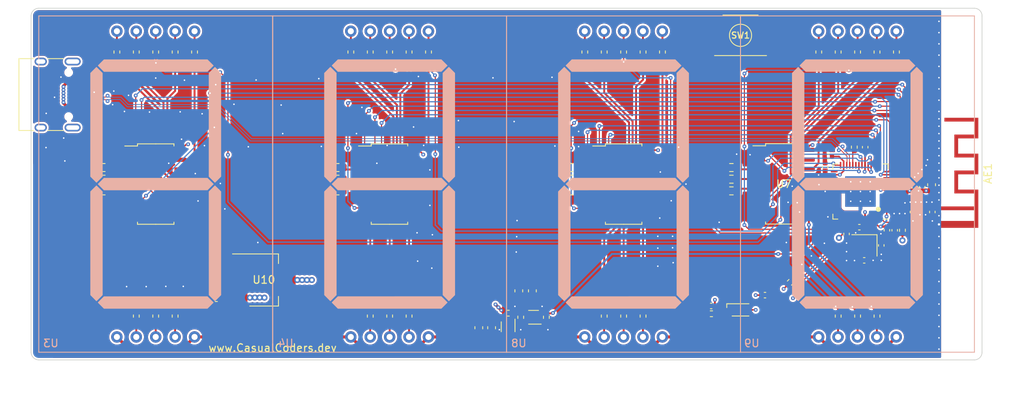
<source format=kicad_pcb>
(kicad_pcb (version 20211014) (generator pcbnew)
  (layers (0 "F.Cu" signal) (1 "In1.Cu" signal) (2 "In2.Cu" signal) (31 "B.Cu" signal) (34 "B.Paste" user) (35 "F.Paste" user) (36 "B.SilkS" user "B.Silkscreen") (37 "F.SilkS" user "F.Silkscreen") (38 "B.Mask" user) (39 "F.Mask" user) (44 "Edge.Cuts" user))
  (net 0 "")
  (net 1 "Net-(R12-Pad1)")
  (net 2 "Net-(R12-Pad2)")
  (net 3 "+3V3")
  (net 4 "CHIP PU")
  (net 5 "Net-(R37-Pad1)")
  (net 6 "SDA")
  (net 7 "SCL")
  (net 8 "Net-(R26-Pad1)")
  (net 9 "Net-(R26-Pad2)")
  (net 10 "Net-(R1-Pad1)")
  (net 11 "Net-(R1-Pad2)")
  (net 12 "Net-(R2-Pad1)")
  (net 13 "Net-(R2-Pad2)")
  (net 14 "Net-(R3-Pad1)")
  (net 15 "Net-(R3-Pad2)")
  (net 16 "Net-(R4-Pad1)")
  (net 17 "Net-(R4-Pad2)")
  (net 18 "Net-(R5-Pad1)")
  (net 19 "Net-(R5-Pad2)")
  (net 20 "Net-(R6-Pad1)")
  (net 21 "Net-(R6-Pad2)")
  (net 22 "Net-(R7-Pad1)")
  (net 23 "Net-(R7-Pad2)")
  (net 24 "GPIO 33")
  (net 25 "Net-(R8-Pad2)")
  (net 26 "Net-(R25-Pad1)")
  (net 27 "Net-(R25-Pad2)")
  (net 28 "Net-(R13-Pad1)")
  (net 29 "Net-(R13-Pad2)")
  (net 30 "Net-(R14-Pad1)")
  (net 31 "Net-(R14-Pad2)")
  (net 32 "Net-(R15-Pad1)")
  (net 33 "Net-(R15-Pad2)")
  (net 34 "Net-(R16-Pad1)")
  (net 35 "Net-(R16-Pad2)")
  (net 36 "Net-(R17-Pad1)")
  (net 37 "Net-(R17-Pad2)")
  (net 38 "Net-(R18-Pad1)")
  (net 39 "Net-(R18-Pad2)")
  (net 40 "GPIO 21")
  (net 41 "Net-(R19-Pad2)")
  (net 42 "Net-(R20-Pad1)")
  (net 43 "Net-(R20-Pad2)")
  (net 44 "Net-(R21-Pad1)")
  (net 45 "Net-(R21-Pad2)")
  (net 46 "Net-(R22-Pad1)")
  (net 47 "Net-(R22-Pad2)")
  (net 48 "Net-(R23-Pad1)")
  (net 49 "Net-(R23-Pad2)")
  (net 50 "Net-(R24-Pad1)")
  (net 51 "Net-(R24-Pad2)")
  (net 52 "LED")
  (net 53 "+5V")
  (net 54 "GPIO 35")
  (net 55 "Net-(R35-Pad2)")
  (net 56 "Net-(R34-Pad1)")
  (net 57 "Net-(R34-Pad2)")
  (net 58 "Net-(R33-Pad1)")
  (net 59 "Net-(R33-Pad2)")
  (net 60 "Net-(R32-Pad1)")
  (net 61 "Net-(R32-Pad2)")
  (net 62 "Net-(R31-Pad1)")
  (net 63 "Net-(R31-Pad2)")
  (net 64 "Net-(R30-Pad1)")
  (net 65 "Net-(R30-Pad2)")
  (net 66 "Net-(R29-Pad1)")
  (net 67 "Net-(R29-Pad2)")
  (net 68 "Net-(R28-Pad1)")
  (net 69 "Net-(R28-Pad2)")
  (net 70 "GPIO 34")
  (net 71 "Net-(R27-Pad2)")
  (net 72 "Net-(AE1-Pad1)")
  (net 73 "GND")
  (net 74 "CC")
  (net 75 "GPIO 14")
  (net 76 "GPIO 15")
  (net 77 "Net-(R53-Pad2)")
  (net 78 "Net-(R45-Pad2)")
  (net 79 "Net-(R46-Pad2)")
  (net 80 "GPIO 16")
  (net 81 "GPIO 13")
  (net 82 "GPIO 6")
  (net 83 "GPIO 7")
  (net 84 "Net-(R47-Pad2)")
  (net 85 "Net-(R48-Pad2)")
  (net 86 "Net-(R49-Pad2)")
  (net 87 "GPIO 8")
  (net 88 "GPIO 5")
  (net 89 "GPIO 10")
  (net 90 "GPIO 11")
  (net 91 "Net-(R50-Pad2)")
  (net 92 "Net-(R51-Pad2)")
  (net 93 "Net-(R52-Pad2)")
  (net 94 "GPIO 12")
  (net 95 "GPIO 9")
  (net 96 "GPIO 2")
  (net 97 "GPIO 3")
  (net 98 "Net-(R44-Pad2)")
  (net 99 "Net-(R43-Pad2)")
  (net 100 "Net-(R42-Pad2)")
  (net 101 "GPIO 4")
  (net 102 "GPIO 1")
  (net 103 "Net-(C4-Pad1)")
  (net 104 "Net-(L2-Pad1)")
  (net 105 "BOOT")
  (net 106 "GPIO 17")
  (net 107 "USB D-")
  (net 108 "USB D+")
  (net 109 "SPICS 1")
  (net 110 "SPIHD")
  (net 111 "SPIWP")
  (net 112 "GPIO 29")
  (net 113 "SPICLK")
  (net 114 "SPIQ")
  (net 115 "SPID")
  (net 116 "GPIO 36")
  (net 117 "GPIO 37")
  (net 118 "Net-(R9-Pad1)")
  (net 119 "GPIO 42")
  (net 120 "GPIO 44")
  (net 121 "UART TX")
  (net 122 "UART RX")
  (net 123 "GPIO 45")
  (net 124 "/xtal-")
  (net 125 "/xtal+")
  (net 126 "GPIO 46")
  (net 127 "Net-(J1-PadA5)")
  (net 128 "Net-(J1-PadB5)")
  (net 132 "Net-(Q1-Pad1)")
  (net 133 "Net-(R10-Pad2)")
  (net 134 "Net-(PD1-Pad2)")
  (footprint "Capacitor_SMD:C_0603_1608Metric_Pad1.08x0.95mm_HandSolder" (layer "F.Cu") (at 80.3656 56.896 90)
    (fp_text reference "C21" hide)
    (fp_text value "C")
  )
  (footprint "Resistor_SMD:R_0402_1005Metric" (layer "F.Cu") (at 63.627 20.828 90)
    (fp_text reference "R13" hide)
    (fp_text value "100")
  )
  (footprint "Resistor_SMD:R_0402_1005Metric" (layer "F.Cu") (at 89.2048 55.5244 90)
    (fp_text reference "R9" hide)
    (fp_text value "4k7")
  )
  (footprint "Package_SO:SOIC-16_4.55x10.3mm_P1.27mm" (layer "F.Cu") (at 120.269 38.0746)
    (fp_text reference "U7")
    (fp_text value "74LS47")
  )
  (footprint "Resistor_SMD:R_0402_1005Metric" (layer "F.Cu") (at 135.7884 44.1452 90)
    (fp_text reference "R36" hide)
    (fp_text value "10k")
  )
  (footprint "Capacitor_SMD:C_0402_1005Metric" (layer "F.Cu") (at 130.1496 43.7388 180)
    (fp_text reference "C6" hide)
    (fp_text value "100nF")
  )
  (footprint "Resistor_SMD:R_0402_1005Metric" (layer "F.Cu") (at 127.381 55.372 -90)
    (fp_text reference "R30" hide)
    (fp_text value "100")
  )
  (footprint "Package_TO_SOT_SMD:SOT-523" (layer "F.Cu") (at 84.201 56.769 -90)
    (fp_text reference "Q1" hide)
    (fp_text value "Q_PMOS_GSD")
  )
  (footprint "Resistor_SMD:R_0603_1608Metric" (layer "F.Cu") (at 61.849 38.989)
    (fp_text reference "R47" hide)
    (fp_text value "R")
  )
  (footprint "Package_SO:SOIC-16_4.55x10.3mm_P1.27mm" (layer "F.Cu") (at 38.1 38.1)
    (fp_text reference "U1")
    (fp_text value "74LS47")
  )
  (footprint "Resistor_SMD:R_0402_1005Metric" (layer "F.Cu") (at 94.234 20.828 90)
    (fp_text reference "R21" hide)
    (fp_text value "100")
  )
  (footprint "Capacitor_SMD:C_0603_1608Metric" (layer "F.Cu") (at 46.0248 52.959 180)
    (fp_text reference "C18" hide)
    (fp_text value "10u")
  )
  (footprint "Package_SO:SOIC-16_4.55x10.3mm_P1.27mm" (layer "F.Cu") (at 68.6816 38.1)
    (fp_text reference "U2")
    (fp_text value "74LS47")
  )
  (footprint "Package_TO_SOT_SMD:SOT-523" (layer "F.Cu") (at 87.5284 55.5244 180)
    (fp_text reference "Q2" hide)
    (fp_text value "Q_NMOS_GDS")
  )
  (footprint "Resistor_SMD:R_0402_1005Metric" (layer "F.Cu") (at 129.921 55.372 -90)
    (fp_text reference "R31" hide)
    (fp_text value "100")
  )
  (footprint "Capacitor_SMD:C_0402_1005Metric" (layer "F.Cu") (at 110.7668 54.0512 180)
    (fp_text reference "C17" hide)
    (fp_text value "100n")
  )
  (footprint "Capacitor_SMD:C_0402_1005Metric" (layer "F.Cu") (at 128.4732 44.6252 90)
    (fp_text reference "C12" hide)
    (fp_text value "100nF")
  )
  (footprint "Resistor_SMD:R_0402_1005Metric" (layer "F.Cu") (at 85.852 55.5244 90)
    (fp_text reference "R10" hide)
    (fp_text value "4k7")
  )
  (footprint "Resistor_SMD:R_0402_1005Metric" (layer "F.Cu") (at 101.854 20.828 90)
    (fp_text reference "R25" hide)
    (fp_text value "100")
  )
  (footprint "Capacitor_SMD:C_0402_1005Metric" (layer "F.Cu") (at 137.414 38.5064 -90)
    (fp_text reference "C5" hide)
    (fp_text value "100nF")
  )
  (footprint "Inductor_SMD:L_0402_1005Metric" (layer "F.Cu") (at 138.43 41.275 180)
    (fp_text reference "L1" hide)
    (fp_text value "L_Small" hide)
  )
  (footprint "Resistor_SMD:R_0603_1608Metric" (layer "F.Cu") (at 92.456 38.989)
    (fp_text reference "R53" hide)
    (fp_text value "R")
  )
  (footprint "Ian's Custom Components:5.2mm_Tactile_Push_Button" (layer "F.Cu") (at 114.6048 18.6436 180)
    (fp_text reference "SW1")
    (fp_text value "SW_Push")
  )
  (footprint "Resistor_SMD:R_0603_1608Metric" (layer "F.Cu") (at 31.242 38.989)
    (fp_text reference "R44" hide)
    (fp_text value "R")
  )
  (footprint "Resistor_SMD:R_0402_1005Metric" (layer "F.Cu") (at 66.167 55.372 -90)
    (fp_text reference "R14" hide)
    (fp_text value "100")
  )
  (footprint "Resistor_SMD:R_0402_1005Metric" (layer "F.Cu") (at 127.381 20.828 90)
    (fp_text reference "R28" hide)
    (fp_text value "100")
  )
  (footprint "Resistor_SMD:R_0402_1005Metric" (layer "F.Cu") (at 33.02 20.828 90)
    (fp_text reference "R2" hide)
    (fp_text value "100")
  )
  (footprint "Resistor_SMD:R_0402_1005Metric" (layer "F.Cu") (at 104.394 20.828 90)
    (fp_text reference "R26" hide)
    (fp_text value "100")
  )
  (footprint "Resistor_SMD:R_0603_1608Metric" (layer "F.Cu") (at 61.849 35.941)
    (fp_text reference "R45" hide)
    (fp_text value "R")
  )
  (footprint "Resistor_SMD:R_0402_1005Metric" (layer "F.Cu") (at 66.167 20.828 90)
    (fp_text reference "R12" hide)
    (fp_text value "100")
  )
  (footprint "Resistor_SMD:R_0402_1005Metric" (layer "F.Cu") (at 40.64 20.828 90)
    (fp_text reference "R6" hide)
    (fp_text value "100")
  )
  (footprint "Resistor_SMD:R_0402_1005Metric" (layer "F.Cu") (at 71.247 55.372 -90)
    (fp_text reference "R16" hide)
    (fp_text value "100")
  )
  (footprint "Capacitor_SMD:C_0402_1005Metric" (layer "F.Cu") (at 137.16 41.755 -90)
    (fp_text reference "C4" hide)
    (fp_text value "C_Small" hide)
  )
  (footprint "Resistor_SMD:R_0402_1005Metric" (layer "F.Cu") (at 71.247 20.828 90)
    (fp_text reference "R17" hide)
    (fp_text value "100")
  )
  (footprint "Inductor_SMD:L_0402_1005Metric" (layer "F.Cu") (at 135.763 39.7256 45)
    (fp_text reference "L2" hide)
    (fp_text value "2.0nH")
  )
  (footprint "Resistor_SMD:R_0603_1608Metric" (layer "F.Cu") (at 61.849 37.465)
    (fp_text reference "R46" hide)
    (fp_text value "R")
  )
  (footprint "Resistor_SMD:R_0402_1005Metric" (layer "F.Cu") (at 129.4892 33.272 90)
    (fp_text reference "R37" hide)
    (fp_text value "10k")
  )
  (footprint "Capacitor_SMD:C_0402_1005Metric" (layer "F.Cu") (at 125.6792 35.8648 90)
    (fp_text reference "C15" hide)
    (fp_text value "1uF")
  )
  (footprint "Capacitor_SMD:C_0402_1005Metric" (layer "F.Cu") (at 130.9116 33.274 90)
    (fp_text reference "C11" hide)
    (fp_text value "100nF")
  )
  (footprint "Resistor_SMD:R_0402_1005Metric" (layer "F.Cu") (at 132.461 55.372 -90)
    (fp_text reference "R32" hide)
    (fp_text value "100")
  )
  (footprint "Resistor_SMD:R_0603_1608Metric" (layer "F.Cu") (at 113.411 38.989)
    (fp_text reference "R50" hide)
    (fp_text value "R")
  )
  (footprint "Resistor_SMD:R_0402_1005Metric" (layer "F.Cu") (at 99.314 20.828 90)
    (fp_text reference "R27" hide)
    (fp_text value "1000")
  )
  (footprint "Resistor_SMD:R_0402_1005Metric" (layer "F.Cu") (at 101.854 55.372 -90)
    (fp_text reference "R24" hide)
    (fp_text value "100")
  )
  (footprint "Resistor_SMD:R_0402_1005Metric" (layer "F.Cu") (at 68.707 55.372 -90)
    (fp_text reference "R15" hide)
    (fp_text value "100")
  )
  (footprint "Resistor_SMD:R_0402_1005Metric" (layer "F.Cu") (at 110.7948 55.0672)
    (fp_text reference "R54" hide)
    (fp_text value "R")
  )
  (footprint "Resistor_SMD:R_0402_1005Metric" (layer "F.Cu") (at 38.1 55.372 -90)
    (fp_text reference "R4" hide)
    (fp_text value "100")
  )
  (footprint "Resistor_SMD:R_0402_1005Metric" (layer "F.Cu") (at 30.734 25.146)
    (fp_text reference "R40" hide)
    (fp_text value "5k1")
  )
  (footprint "Package_SO:SOIC-16_4.55x10.3mm_P1.27mm" (layer "F.Cu") (at 99.314 38.1)
    (fp_text reference "U6")
    (fp_text value "74LS47")
  )
  (footprint "Resistor_SMD:R_0402_1005Metric" (layer "F.Cu") (at 38.1 20.828 90)
    (fp_text reference "R8" hide)
    (fp_text value "1000")
  )
  (footprint "Resistor_SMD:R_0402_1005Metric" (layer "F.Cu") (at 35.56 55.372 -90)
    (fp_text reference "R3" hide)
    (fp_text value "100")
  )
  (footprint "Capacitor_SMD:C_0603_1608Metric_Pad1.08x0.95mm_HandSolder" (layer "F.Cu") (at 87.376 52.07 90)
    (fp_text reference "C20" hide)
    (fp_text value "C")
  )
  (footprint "Resistor_SMD:R_0402_1005Metric" (layer "F.Cu") (at 35.56 20.828 90)
    (fp_text reference "R1" hide)
    (fp_text value "100")
  )
  (footprint "Capacitor_SMD:C_0402_1005Metric" (layer "F.Cu") (at 139.7 41.755 -90)
    (fp_text reference "C1" hide)
    (fp_text value "C_Small" hide)
  )
  (footprint "Capacitor_SMD:C_0402_1005Metric" (layer "F.Cu") (at 130.7846 48.0822)
    (fp_text reference "C10" hide)
    (fp_text value "C_Small" hide)
  )
  (footprint "RF_Antenna:Texas_SWRA117D_2.4GHz_Left" (layer "F.Cu") (at 140.5636 41.275 -90)
    (fp_text reference "AE1")
    (fp_text value "Antenna" hide)
  )
  (footprint "Resistor_SMD:R_0402_1005Metric" (layer "F.Cu") (at 96.774 20.828 90)
    (fp_text reference "R20" hide)
    (fp_text value "100")
  )
  (footprint "Capacitor_SMD:C_0402_1005Metric" (layer "F.Cu") (at 126.0856 34.4932 180)
    (fp_text reference "C13" hide)
    (fp_text value "100nF")
  )
  (footprint "Resistor_SMD:R_0402_1005Metric" (layer "F.Cu") (at 122.3264 52.1716 45)
    (fp_text reference "R38" hide)
    (fp_text value "2k2")
  )
  (footprint "Capacitor_SMD:C_0603_1608Metric_Pad1.08x0.95mm_HandSolder" (layer "F.Cu") (at 82.042 56.896 90)
    (fp_text reference "C23" hide)
    (fp_text value "C")
  )
  (footprint "Resistor_SMD:R_0603_1608Metric" (layer "F.Cu") (at 31.242 35.941)
    (fp_text reference "R42" hide)
    (fp_text value "R")
  )
  (footprint "Resistor_SMD:R_0402_1005Metric" (layer "F.Cu") (at 96.774 55.372 -90)
    (fp_text reference "R22" hide)
    (fp_text value "100")
  )
  (footprint "Package_TO_SOT_SMD:SOT-223-3_TabPin2" (layer "F.Cu") (at 52.2478 50.6476)
    (fp_text reference "U10")
    (fp_text value "AMS1117-3.3")
  )
  (footprint "Resistor_SMD:R_0603_1608Metric" (layer "F.Cu") (at 113.411 35.941)
    (fp_text reference "R48" hide)
    (fp_text value "R")
  )
  (footprint "Ian's Custom Components:WSOF6" (layer "F.Cu") (at 114.6048 54.5592 -90)
    (fp_text reference "PD1" hide)
    (fp_text value "BH1730")
  )
  (footprint "Capacitor_SMD:C_0402_1005Metric" (layer "F.Cu") (at 133.7564 44.1452 90)
    (fp_text reference "C8" hide)
    (fp_text value "1uF")
  )
  (footprint "Capacitor_SMD:C_0402_1005Metric" (layer "F.Cu") (at 133.0198 46.1264 -90)
    (fp_text reference "C9" hide)
    (fp_text value "C_Small" hide)
  )
  (footprint "Resistor_SMD:R_0603_1608Metric" (layer "F.Cu") (at 31.242 37.465)
    (fp_text reference "R43" hide)
    (fp_text value "R")
  )
  (footprint "Resistor_SMD:R_0402_1005Metric" (layer "F.Cu") (at 43.18 20.828 90)
    (fp_text reference "R7" hide)
    (fp_text value "100")
  )
  (footprint "Resistor_SMD:R_0402_1005Metric" (layer "F.Cu") (at 84.201 54.991 180)
    (fp_text reference "R11" hide)
    (fp_text value "4k7")
  )
  (footprint "Capacitor_SMD:C_0603_1608Metric_Pad1.08x0.95mm_HandSolder" (layer "F.Cu") (at 85.598 52.07 90)
    (fp_text reference "C22" hide)
    (fp_text value "C")
  )
  (footprint "Resistor_SMD:R_0402_1005Metric" (layer "F.Cu") (at 40.64 55.372 -90)
    (fp_text reference "R5" hide)
    (fp_text value "100")
  )
  (footprint "Resistor_SMD:R_0402_1005Metric" (layer "F.Cu") (at 68.707 20.828 90)
    (fp_text reference "R19" hide)
    (fp_text value "1000")
  )
  (footprint "Resistor_SMD:R_0402_1005Metric" (layer "F.Cu") (at 121.1072 50.9524 45)
    (fp_text reference "R39" hide)
    (fp_text value "2k2")
  )
  (footprint "Capacitor_SMD:C_0402_1005Metric" (layer "F.Cu") (at 125.6792 37.6936 -90)
    (fp_text reference "C14" hide)
    (fp_text value "100nF")
  )
  (footprint "Resistor_SMD:R_0603_1608Metric" (layer "F.Cu") (at 92.456 37.465)
    (fp_text reference "R52" hide)
    (fp_text value "R")
  )
  (footprint "Ian's Custom Components:ESP32-S2" (layer "F.Cu") (at 130.2935 39.075 180)
    (fp_text reference "U5" hide)
    (fp_text value "ESP32-S2FH4" hide)
  )
  (footprint "Connector_USB:USB_C_Receptacle_HRO_TYPE-C-31-M-12" (layer "F.Cu") (at 24.1046 26.3906 -90)
    (fp_text reference "J1" hide)
    (fp_text value "USB_C_Receptacle_USB2.0")
  )
  (footprint "Resistor_SMD:R_0402_1005Metric" (layer "F.Cu") (at 129.921 20.828 90)
    (fp_text reference "R35" hide)
    (fp_text value "1000")
  )
  (footprint "Resistor_SMD:R_0402_1005Metric" (layer "F.Cu") (at 99.314 55.372 -90)
    (fp_text reference "R23" hide)
    (fp_text value "100")
  )
  (footprint "Resistor_SMD:R_0402_1005Metric" (layer "F.Cu") (at 30.734 28.1432)
    (fp_text reference "R41" hide)
    (fp_text value "5k1")
  )
  (footprint "Capacitor_SMD:C_0402_1005Metric" (layer "F.Cu") (at 138.3792 38.5064 -90)
    (fp_text reference "C3" hide)
    (fp_text value "1uF")
  )
  (footprint "Resistor_SMD:R_0603_1608Metric" (layer "F.Cu") (at 113.411 37.465)
    (fp_text reference "R49" hide)
    (fp_text value "R")
  )
  (footprint "Capacitor_SMD:C_0402_1005Metric" (layer "F.Cu") (at 117.8052 52.6288)
    (fp_text reference "C16" hide)
    (fp_text value "100n")
  )
  (footprint "Capacitor_SMD:C_0603_1608Metric" (layer "F.Cu") (at 139.5984 38.1886 -90)
    (fp_text reference "C2" hide)
    (fp_text value "10uF")
  )
  (footprint "Crystal:Crystal_SMD_2520-4Pin_2.5x2.0mm" (layer "F.Cu") (at 130.81 46.1264 180)
    (fp_text reference "Y1" hide)
    (fp_text value "40MHz +-10PPM" hide)
  )
  (footprint "Resistor_SMD:R_0402_1005Metric" (layer "F.Cu") (at 132.461 20.828 90)
    (fp_text reference "R33" hide)
    (fp_text value "100")
  )
  (footprint "Resistor_SMD:R_0402_1005Metric" (layer "F.Cu") (at 135.001 20.828 90)
    (fp_text reference "R34" hide)
    (fp_text value "100")
  )
  (footprint "Capacitor_SMD:C_0402_1005Metric" (layer "F.Cu") (at 134.7724 44.1452 90)
    (fp_text reference "C7" hide)
    (fp_text value "100pF")
  )
  (footprint "Resistor_SMD:R_0603_1608Metric" (layer "F.Cu") (at 92.456 35.941)
    (fp_text reference "R51" hide)
    (fp_text value "R")
  )
  (footprint "Capacitor_SMD:C_0603_1608Metric" (layer "F.Cu") (at 46.0372 50.673 180)
    (fp_text reference "C19" hide)
    (fp_text value "10u")
  )
  (footprint "Resistor_SMD:R_0402_1005Metric" (layer "F.Cu") (at 73.787 20.828 90)
    (fp_text reference "R18" hide)
    (fp_text value "100")
  )
  (footprint "Resistor_SMD:R_0402_1005Metric" (layer "F.Cu") (at 124.841 20.828 90)
    (fp_text reference "R29" hide)
    (fp_text value "100")
  )
  (footprint "Ian's Custom Components:Segment_Display_1-5_inch" (layer "B.Cu") (at 68.7 38.1 180)
    (fp_text reference "U4")
    (fp_text value "SBC18-11SURKCGKWA")
  )
  (footprint "Ian's Custom Components:Segment_Display_1-5_inch" (layer "B.Cu") (at 129.9 38.1 180)
    (fp_text reference "U9")
    (fp_text value "SBC18-11SURKCGKWA")
  )
  (footprint "Ian's Custom Components:Segment_Display_1-5_inch" (layer "B.Cu") (at 99.3 38.1 180)
    (fp_text reference "U8")
    (fp_text value "SBC18-11SURKCGKWA")
  )
  (footprint "Ian's Custom Components:Segment_Display_1-5_inch" (layer "B.Cu") (at 38.1 38.1 180)
    (fp_text reference "U3")
    (fp_text value "SBC18-11SURKCGKWA")
  )
  (gr_rect (start 133.3908 40.4876) (end 134.0612 40.8432) (layer "F.Cu") (width 0.2) (fill solid))
  (gr_poly (pts (xy 125.984 37.4904) (xy 125.3744 37.4936) (xy 125.3744 36.068) (xy 125.984 36.0648)) (layer "F.Cu") (width 0.001) (fill solid))
  (gr_circle (center 132.6388 41.402) (end 132.8928 41.402) (layer "F.SilkS") (width 0.15) (fill solid))
  (gr_line (start 146.2 16.1) (end 146.2 60.1) (layer "Edge.Cuts") (width 0.1))
  (gr_line (start 22.8 15.1) (end 145.2 15.1) (layer "Edge.Cuts") (width 0.1))
  (gr_arc (start 22.8 61.1) (mid 22.092893 60.807107) (end 21.8 60.1) (layer "Edge.Cuts") (width 0.1))
  (gr_arc (start 146.2 60.1) (mid 145.907107 60.807107) (end 145.2 61.1) (layer "Edge.Cuts") (width 0.1))
  (gr_line (start 145.2 61.1) (end 22.8 61.1) (layer "Edge.Cuts") (width 0.1))
  (gr_arc (start 145.2 15.1) (mid 145.907107 15.392893) (end 146.2 16.1) (layer "Edge.Cuts") (width 0.1))
  (gr_line (start 21.8 60.1) (end 21.8 16.1) (layer "Edge.Cuts") (width 0.1))
  (gr_arc (start 21.8 16.1) (mid 22.092893 15.392893) (end 22.8 15.1) (layer "Edge.Cuts") (width 0.1))
  (gr_text "A Really Nice Digital Clock V1.1\n" (at 23.4188 48.2092 90) (layer "F.Cu") (effects (font (size 1 1) (thickness 0.2))))
  (gr_text "www.CasualCoders.dev" (at 53.3908 59.5376) (layer "F.SilkS") (effects (font (size 1 1))))
  (segment (start 71.1962 37.465) (end 71.9316 37.465) (width 0.25) (layer "F.Cu") (net 1))
  (segment (start 69.6468 35.9156) (end 71.1962 37.465) (width 0.25) (layer "F.Cu") (net 1))
  (segment (start 66.167 21.338) (end 66.167 24.257) (width 0.25) (layer "F.Cu") (net 1))
  (segment (start 69.6468 27.7368) (end 69.6468 35.9156) (width 0.25) (layer "F.Cu") (net 1))
  (segment (start 66.167 24.257) (end 69.6468 27.7368) (width 0.25) (layer "F.Cu") (net 1))
  (segment (start 66.16 18.1) (end 66.16 20.311) (width 0.25) (layer "F.Cu") (net 2))
  (segment (start 66.16 20.311) (end 66.167 20.318) (width 0.25) (layer "F.Cu") (net 2))
  (segment (start 42.112 32.893) (end 41.35 33.655) (width 0.2) (layer "F.Cu") (net 3))
  (segment (start 132.6922 43.6652) (end 132.941 43.6652) (width 0.2) (layer "F.Cu") (net 3))
  (segment (start 133.731 41.675) (end 133.731 42.3164) (width 0.2) (layer "F.Cu") (net 3))
  (segment (start 128.4935 42.5125) (end 128.4935 44.1249) (width 0.2) (layer "F.Cu") (net 3))
  (segment (start 123.519 33.199) (end 123.7234 32.9946) (width 0.2) (layer "F.Cu") (net 3))
  (segment (start 130.8935 35.6375) (end 130.8935 36.438063) (width 0.2) (layer "F.Cu") (net 3))
  (segment (start 128.0935 35.6375) (end 128.0935 36.381375) (width 0.2) (layer "F.Cu") (net 3))
  (segment (start 126.856 36.875) (end 127.599871 36.875) (width 0.2) (layer "F.Cu") (net 3))
  (segment (start 137.414 38.9864) (end 136.7308 38.9864) (width 0.6) (layer "F.Cu") (net 3))
  (segment (start 130.8935 33.7721) (end 130.9116 33.754) (width 0.2) (layer "F.Cu") (net 3))
  (segment (start 126.5656 34.4932) (end 127.481675 34.4932) (width 0.2) (layer "F.Cu") (net 3))
  (segment (start 57.2516 50.6476) (end 57.8866 50.6476) (width 0.6) (layer "F.Cu") (net 3))
  (segment (start 130.8935 35.6375) (end 130.8935 33.7721) (width 0.2) (layer "F.Cu") (net 3))
  (segment (start 126.856 36.875) (end 125.685 36.875) (width 0.2) (layer "F.Cu") (net 3))
  (segment (start 134.797927 43.683118) (end 134.797927 43.6652) (width 0.25) (layer "F.Cu") (net 3))
  (segment (start 137.9246 38.9864) (end 138.3792 38.9864) (width 0.6) (layer "F.Cu") (net 3))
  (segment (start 116.0048 54.5592) (end 116.586 54.5592) (width 0.15) (layer "F.Cu") (net 3))
  (segment (start 71.9316 33.655) (end 72.517 33.655) (width 0.2) (layer "F.Cu") (net 3))
  (segment (start 132.0935 43.0665) (end 132.6922 43.6652) (width 0.2) (layer "F.Cu") (net 3))
  (segment (start 130.8935 43.4749) (end 130.6296 43.7388) (width 0.2) (layer "F.Cu") (net 3))
  (segment (start 134.797927 43.6652) (end 134.7724 43.6652) (width 0.2) (layer "F.Cu") (net 3))
  (segment (start 134.6708 43.6652) (end 133.731 43.6652) (width 0.3) (layer "F.Cu") (net 3))
  (segment (start 138.8898 38.9864) (end 139.5756 38.9864) (width 0.6) (layer "F.Cu") (net 3))
  (segment (start 42.3418 32.893) (end 42.112 32.893) (width 0.2) (layer "F.Cu") (net 3))
  (segment (start 46.8122 50.673) (end 49.0724 50.673) (width 0.6) (layer "F.Cu") (net 3))
  (segment (start 133.731 42.3164) (end 133.7056 42.3418) (width 0.2) (layer "F.Cu") (net 3))
  (segment (start 127.481675 34.4932) (end 128.0935 35.105025) (width 0.2) (layer "F.Cu") (net 3))
  (segment (start 121.965776 52.532224) (end 121.4628 53.0352) (width 0.2) (layer "F.Cu") (net 3))
  (segment (start 113.2048 54.1592) (end 111.3548 54.1592) (width 0.2) (layer "F.Cu") (net 3))
  (segment (start 135.770009 44.6552) (end 134.797927 43.683118) (width 0.25) (layer "F.Cu") (net 3))
  (segment (start 130.8935 36.438063) (end 130.841236 36.490327) (width 0.2) (layer "F.Cu") (net 3))
  (segment (start 125.6792 37.2136) (end 125.6792 36.3448) (width 0.2) (layer "F.Cu") (net 3))
  (segment (start 111.2468 53.2436) (end 111.252 53.2384) (width 0.15) (layer "F.Cu") (net 3))
  (segment (start 137.414 38.9864) (end 137.9246 38.9864) (width 0.6) (layer "F.Cu") (net 3))
  (segment (start 132.0935 42.5125) (end 132.0935 43.0665) (width 0.2) (layer "F.Cu") (net 3))
  (segment (start 72.517 33.655) (end 73.1012 34.2392) (width 0.2) (layer "F.Cu") (net 3))
  (segment (start 128.4732 44.1452) (end 127.4826 45.1358) (width 0.2) (layer "F.Cu") (net 3))
  (segment (start 102.564 33.655) (end 103.805 33.655) (width 0.2) (layer "F.Cu") (net 3))
  (segment (start 111.2468 54.0512) (end 111.2468 53.2436) (width 0.25) (layer "F.Cu") (net 3))
  (segment (start 136.7308 38.9864) (end 136.5022 38.9864) (width 0.6) (layer "F.Cu") (net 3))
  (segment (start 130.6804 33.754) (end 129.6884 32.762) (width 0.2) (layer "F.Cu") (net 3))
  (segment (start 127.599871 36.875) (end 127.599873 36.875002) (width 0.2) (layer "F.Cu") (net 3))
  (segment (start 137.604547 38.976253) (end 137.6172 38.9636) (width 0.2) (layer "F.Cu") (net 3))
  (segment (start 123.519 33.6296) (end 123.519 33.199) (width 0.2) (layer "F.Cu") (net 3))
  (segment (start 128.0935 35.105025) (end 128.0935 35.6375) (width 0.2) (layer "F.Cu") (net 3))
  (segment (start 128.4935 44.1249) (end 128.4732 44.1452) (width 0.2) (layer "F.Cu") (net 3))
  (segment (start 56.6166 50.6476) (end 57.2516 50.6476) (width 0.6) (layer "F.Cu") (net 3))
  (segment (start 129.6884 32.762) (end 129.4892 32.762) (width 0.2) (layer "F.Cu") (net 3))
  (segment (start 130.8935 33.8229) (end 130.9116 33.8048) (width 0.2) (layer "F.Cu") (net 3))
  (segment (start 49.0724 50.673) (end 49.0978 50.6476) (width 0.6) (layer "F.Cu") (net 3))
  (segment (start 103.805 33.655) (end 103.8195 33.6695) (width 0.2) (layer "F.Cu") (net 3))
  (segment (start 135.787927 44.6552) (end 135.787927 45.465527) (width 0.2) (layer "F.Cu") (net 3))
  (segment (start 130.8935 42.5125) (end 130.8935 41.768628) (width 0.2) (layer "F.Cu") (net 3))
  (segment (start 139.5756 38.9864) (end 139.5984 38.9636) (width 0.6) (layer "F.Cu") (net 3))
  (segment (start 130.8935 41.768628) (end 130.893461 41.768589) (width 0.2) (layer "F.Cu") (net 3))
  (segment (start 117.3252 52.6288) (end 116.586 52.6288) (width 0.2) (layer "F.Cu") (net 3))
  (segment (start 135.7884 44.6552) (end 135.787927 44.6552) (width 0.2) (layer "F.Cu") (net 3))
  (segment (start 135.787927 45.465527) (end 135.7884 45.466) (width 0.2) (layer "F.Cu") (net 3))
  (segment (start 132.941 43.6652) (end 133.731 43.6652) (width 0.3) (layer "F.Cu") (net 3))
  (segment (start 135.787927 44.6552) (end 135.770009 44.6552) (width 0.25) (layer "F.Cu") (net 3))
  (segment (start 120.746576 51.313024) (end 120.2436 51.816) (width 0.2) (layer "F.Cu") (net 3))
  (segment (start 130.9116 33.754) (end 130.6804 33.754) (width 0.2) (layer "F.Cu") (net 3))
  (segment (start 128.0935 36.381375) (end 127.599873 36.875002) (width 0.2) (layer "F.Cu") (net 3))
  (segment (start 57.8866 50.6476) (end 58.5216 50.6476) (width 0.6) (layer "F.Cu") (net 3))
  (segment (start 138.3792 38.9864) (end 138.8898 38.9864) (width 0.6) (layer "F.Cu") (net 3))
  (segment (start 130.8935 42.5125) (end 130.8935 43.4749) (width 0.2) (layer "F.Cu") (net 3))
  (segment (start 136.5022 38.9864) (end 136.105947 39.382653) (width 0.6) (layer "F.Cu") (net 3))
  (segment (start 55.3978 50.6476) (end 56.6166 50.6476) (width 0.6) (layer "F.Cu") (net 3))
  (segment (start 111.3548 54.1592) (end 111.2468 54.0512) (width 0.15) (layer "F.Cu") (net 3))
  (segment (start 123.7234 32.9946) (end 124.0282 32.9946) (width 0.2) (layer "F.Cu") (net 3))
  (via (at 127.599873 36.875002) (size 0.5) (drill 0.2) (layers "F.Cu" "B.Cu") (net 3))
  (via (at 111.252 53.2384) (size 0.5) (drill 0.2) (layers "F.Cu" "B.Cu") (net 3))
  (via (at 116.586 52.6288) (size 0.5) (drill 0.2) (layers "F.Cu" "B.Cu") (net 3))
  (via (at 133.7056 42.3418) (size 0.5) (drill 0.2) (layers "F.Cu" "B.Cu") (net 3))
  (via (at 116.586 54.5592) (size 0.5) (drill 0.2) (layers "F.Cu" "B.Cu") (net 3))
  (via (at 135.7884 45.466) (size 0.8) (drill 0.4) (layers "F.Cu" "B.Cu") (net 3))
  (via (at 56.6166 50.6476) (size 0.8) (drill 0.4) (layers "F.Cu" "B.Cu") (net 3))
  (via (at 130.841236 36.490327) (size 0.5) (drill 0.2) (layers "F.Cu" "B.Cu") (net 3))
  (via (at 58.5216 50.6476) (size 0.8) (drill 0.4) (layers "F.Cu" "B.Cu") (net 3))
  (via (at 103.8195 33.6695) (size 0.5) (drill 0.2) (layers "F.Cu" "B.Cu") (net 3))
  (via (at 73.1012 34.2392) (size 0.5) (drill 0.2) (layers "F.Cu" "B.Cu") (net 3))
  (via (at 121.4628 53.0352) (size 0.5) (drill 0.2) (layers "F.Cu" "B.Cu") (net 3))
  (via (at 124.0282 32.9946) (size 0.5) (drill 0.2) (layers "F.Cu" "B.Cu") (net 3))
  (via (at 127.4826 45.1358) (size 0.8) (drill 0.4) (layers "F.Cu" "B.Cu") (net 3))
  (via (at 136.7308 38.9864) (size 0.5) (drill 0.2) (layers "F.Cu" "B.Cu") (net 3))
  (via (at 137.8966 38.9864) (size 0.5) (drill 0.2) (layers "F.Cu" "B.Cu") (net 3))
  (via (at 42.3418 32.893) (size 0.5) (drill 0.2) (layers "F.Cu" "B.Cu") (net 3))
  (via (at 138.8898 38.9864) (size 0.5) (drill 0.2) (layers "F.Cu" "B.Cu") (net 3))
  (via (at 132.941 43.6652) (size 0.5) (drill 0.2) (layers "F.Cu" "B.Cu") (net 3))
  (via (at 120.2436 51.816) (size 0.5) (drill 0.2) (layers "F.Cu" "B.Cu") (net 3))
  (via (at 57.2516 50.6476) (size 0.8) (drill 0.4) (layers "F.Cu" "B.Cu") (net 3))
  (via (at 130.893461 41.768589) (size 0.5) (drill 0.2) (layers "F.Cu" "B.Cu") (net 3))
  (via (at 57.8866 50.6476) (size 0.8) (drill 0.4) (layers "F.Cu" "B.Cu") (net 3))
  (segment (start 133.7056 42.3418) (end 133.7056 42.9006) (width 0.2) (layer "B.Cu") (net 3))
  (segment (start 133.7056 42.9006) (end 132.941 43.6652) (width 0.2) (layer "B.Cu") (net 3))
  (segment (start 132.8935 42.5125) (end 133.4848 43.1038) (width 0.15) (layer "F.Cu") (net 4))
  (segment (start 135.257 43.1038) (end 133.4848 43.1038) (width 0.15) (layer "F.Cu") (net 4))
  (segment (start 135.7884 43.6352) (end 135.257 43.1038) (width 0.15) (layer "F.Cu") (net 4))
  (segment (start 129.286 33.9852) (end 129.4892 33.782) (width 0.15) (layer "F.Cu") (net 5))
  (segment (start 129.286 35.63) (end 129.286 33.9852) (width 0.15) (layer "F.Cu") (net 5))
  (segment (start 129.2935 35.6375) (end 129.286 35.63) (width 0.15) (layer "F.Cu") (net 5))
  (segment (start 116.0048 55.0448) (end 116.2304 55.2704) (width 0.15) (layer "F.Cu") (net 6))
  (segment (start 128.0935 43.3057) (end 128.0935 42.5125) (width 0.15) (layer "F.Cu") (net 6))
  (segment (start 118.2624 55.2704) (end 126.6444 46.8884) (width 0.15) (layer "F.Cu") (net 6))
  (segment (start 122.676976 51.810976) (end 122.217078 51.351078) (width 0.2) (layer "F.Cu") (net 6))
  (segment (start 126.6444 44.7548) (end 128.0935 43.3057) (width 0.15) (layer "F.Cu") (net 6))
  (segment (start 126.6444 46.8884) (end 126.6444 44.7548) (width 0.15) (layer "F.Cu") (net 6))
  (segment (start 122.687024 51.810976) (end 122.676976 51.810976) (width 0.2) (layer "F.Cu") (net 6))
  (segment (start 116.0048 54.9592) (end 116.0048 55.0448) (width 0.15) (layer "F.Cu") (net 6))
  (segment (start 116.2304 55.2704) (end 118.2624 55.2704) (width 0.15) (layer "F.Cu") (net 6))
  (segment (start 126.2944 46.743426) (end 126.2944 44.609826) (width 0.15) (layer "F.Cu") (net 7))
  (segment (start 116.2304 53.848) (end 119.189826 53.848) (width 0.15) (layer "F.Cu") (net 7))
  (segment (start 116.0048 54.1592) (end 116.0048 54.0736) (width 0.15) (layer "F.Cu") (net 7))
  (segment (start 126.2944 44.609826) (end 127.6935 43.210726) (width 0.15) (layer "F.Cu") (net 7))
  (segment (start 121.467824 50.601824) (end 121.934235 51.068235) (width 0.2) (layer "F.Cu") (net 7))
  (segment (start 119.189826 53.848) (end 126.2944 46.743426) (width 0.15) (layer "F.Cu") (net 7))
  (segment (start 116.0048 54.0736) (end 116.2304 53.848) (width 0.15) (layer "F.Cu") (net 7))
  (segment (start 121.467824 50.591776) (end 121.467824 50.601824) (width 0.2) (layer "F.Cu") (net 7))
  (segment (start 127.6935 43.210726) (end 127.6935 42.5125) (width 0.15) (layer "F.Cu") (net 7))
  (segment (start 103.2002 36.195) (end 104.394 35.0012) (width 0.25) (layer "F.Cu") (net 8))
  (segment (start 104.394 35.0012) (end 104.394 21.338) (width 0.25) (layer "F.Cu") (net 8))
  (segment (start 102.564 36.195) (end 103.2002 36.195) (width 0.25) (layer "F.Cu") (net 8))
  (segment (start 104.394 18.114) (end 104.38 18.1) (width 0.25) (layer "F.Cu") (net 9))
  (segment (start 104.394 20.318) (end 104.394 18.114) (width 0.25) (layer "F.Cu") (net 9))
  (segment (start 35.56 21.338) (end 35.56 23.876) (width 0.25) (layer "F.Cu") (net 10))
  (segment (start 39.116 27.432) (end 39.116 36.576) (width 0.25) (layer "F.Cu") (net 10))
  (segment (start 40.005 37.465) (end 41.35 37.465) (width 0.25) (layer "F.Cu") (net 10))
  (segment (start 35.56 23.876) (end 39.116 27.432) (width 0.25) (layer "F.Cu") (net 10))
  (segment (start 39.116 36.576) (end 40.005 37.465) (width 0.25) (layer "F.Cu") (net 10))
  (segment (start 35.56 18.1) (end 35.56 20.318) (width 0.25) (layer "F.Cu") (net 11))
  (segment (start 38.608 28.448) (end 33.02 22.86) (width 0.25) (layer "F.Cu") (net 12))
  (segment (start 38.608 37.084) (end 38.608 28.448) (width 0.25) (layer "F.Cu") (net 12))
  (segment (start 40.259 38.735) (end 38.608 37.084) (width 0.25) (layer "F.Cu") (net 12))
  (segment (start 33.02 22.86) (end 33.02 21.338) (width 0.25) (layer "F.Cu") (net 12))
  (segment (start 41.35 38.735) (end 40.259 38.735) (width 0.25) (layer "F.Cu") (net 12))
  (segment (start 33.02 20.318) (end 33.02 18.1) (width 0.25) (layer "F.Cu") (net 13))
  (segment (start 40.767 40.005) (end 41.35 40.005) (width 0.25) (layer "F.Cu") (net 14))
  (segment (start 35.56 45.212) (end 40.767 40.005) (width 0.25) (layer "F.Cu") (net 14))
  (segment (start 35.56 54.862) (end 35.56 45.212) (width 0.25) (layer "F.Cu") (net 14))
  (segment (start 35.56 55.882) (end 35.56 58.1) (width 0.25) (layer "F.Cu") (net 15))
  (segment (start 38.1 43.688) (end 40.513 41.275) (width 0.25) (layer "F.Cu") (net 16))
  (segment (start 40.513 41.275) (end 41.35 41.275) (width 0.25) (layer "F.Cu") (net 16))
  (segment (start 38.1 54.862) (end 38.1 43.688) (width 0.25) (layer "F.Cu") (net 16))
  (segment (start 38.1 55.882) (end 38.1 58.1) (width 0.25) (layer "F.Cu") (net 17))
  (segment (start 40.64 43.255) (end 41.35 42.545) (width 0.25) (layer "F.Cu") (net 18))
  (segment (start 40.64 54.862) (end 40.64 43.255) (width 0.25) (layer "F.Cu") (net 18))
  (segment (start 40.64 55.882) (end 40.64 58.1) (width 0.25) (layer "F.Cu") (net 19))
  (segment (start 40.64 25.908) (end 40.64 21.338) (width 0.25) (layer "F.Cu") (net 20))
  (segment (start 40.513 34.925) (end 39.624 34.036) (width 0.25) (layer "F.Cu") (net 20))
  (segment (start 39.624 26.924) (end 40.64 25.908) (width 0.25) (layer "F.Cu") (net 20))
  (segment (start 39.624 34.036) (end 39.624 26.924) (width 0.25) (layer "F.Cu") (net 20))
  (segment (start 41.35 34.925) (end 40.513 34.925) (width 0.25) (layer "F.Cu") (net 20))
  (segment (start 40.64 18.1) (end 40.64 20.318) (width 0.25) (layer "F.Cu") (net 21))
  (segment (start 43.18 35.56) (end 42.545 36.195) (width 0.25) (layer "F.Cu") (net 22))
  (segment (start 43.18 21.338) (end 43.18 35.56) (width 0.25) (layer "F.Cu") (net 22))
  (segment (start 42.545 36.195) (end 41.35 36.195) (width 0.25) (layer "F.Cu") (net 22))
  (segment (start 43.18 20.318) (end 43.18 18.1) (width 0.25) (layer "F.Cu") (net 23))
  (segment (start 47.5488 34.2646) (end 47.5488 24.4856) (width 0.15) (layer "F.Cu") (net 24))
  (segment (start 125.0188 39.3446) (end 125.3492 39.675) (width 0.15) (layer "F.Cu") (net 24))
  (segment (start 125.3492 39.675) (end 126.856 39.675) (width 0.15) (layer "F.Cu") (net 24))
  (segment (start 119.888 40.0558) (end 120.5992 39.3446) (width 0.15) (layer "F.Cu") (net 24))
  (segment (start 38.1254 22.2504) (end 38.1254 21.3634) (width 0.15) (layer "F.Cu") (net 24))
  (segment (start 38.1254 21.3634) (end 38.1 21.338) (width 0.15) (layer "F.Cu") (net 24))
  (segment (start 120.5992 39.3446) (end 125.0188 39.3446) (width 0.15) (layer "F.Cu") (net 24))
  (segment (start 119.888 42.6974) (end 119.888 40.0558) (width 0.15) (layer "F.Cu") (net 24))
  (segment (start 47.5488 24.4856) (end 46.5328 23.4696) (width 0.15) (layer "F.Cu") (net 24))
  (segment (start 119.8118 42.7736) (end 119.888 42.6974) (width 0.15) (layer "F.Cu") (net 24))
  (via (at 38.1254 22.2504) (size 0.5) (drill 0.2) (layers "F.Cu" "B.Cu") (net 24))
  (via (at 119.8118 42.7736) (size 0.5) (drill 0.2) (layers "F.Cu" "B.Cu") (net 24))
  (via (at 47.5488 34.2646) (size 0.5) (drill 0.2) (layers "F.Cu" "B.Cu") (net 24))
  (via (at 46.5328 23.4696) (size 0.5) (drill 0.2) (layers "F.Cu" "B.Cu") (net 24))
  (segment (start 47.5488 40.4368) (end 47.5488 34.2646) (width 0.15) (layer "B.Cu") (net 24))
  (segment (start 39.3446 23.4696) (end 38.1254 22.2504) (width 0.15) (layer "B.Cu") (net 24))
  (segment (start 116.8908 45.6946) (end 52.8066 45.6946) (width 0.15) (layer "B.Cu") (net 24))
  (segment (start 119.8118 42.7736) (end 116.8908 45.6946) (width 0.15) (layer "B.Cu") (net 24))
  (segment (start 52.8066 45.6946) (end 47.5488 40.4368) (width 0.15) (layer "B.Cu") (net 24))
  (segment (start 46.5328 23.4696) (end 39.3446 23.4696) (width 0.15) (layer "B.Cu") (net 24))
  (segment (start 38.1 20.318) (end 38.1 18.1) (width 0.25) (layer "F.Cu") (net 25))
  (segment (start 100.9396 34.544) (end 100.9396 25.3492) (width 0.25) (layer "F.Cu") (net 26))
  (segment (start 101.3206 34.925) (end 100.9396 34.544) (width 0.25) (layer "F.Cu") (net 26))
  (segment (start 102.564 34.925) (end 101.3206 34.925) (width 0.25) (layer "F.Cu") (net 26))
  (segment (start 101.854 24.4348) (end 101.854 21.338) (width 0.25) (layer "F.Cu") (net 26))
  (segment (start 100.9396 25.3492) (end 101.854 24.4348) (width 0.25) (layer "F.Cu") (net 26))
  (segment (start 101.84 18.1) (end 101.84 20.304) (width 0.25) (layer "F.Cu") (net 27))
  (segment (start 101.84 20.304) (end 101.854 20.318) (width 0.25) (layer "F.Cu") (net 27))
  (segment (start 71.1454 38.735) (end 69.1968 36.7864) (width 0.25) (layer "F.Cu") (net 28))
  (segment (start 63.627 23.6982) (end 63.627 21.338) (width 0.25) (layer "F.Cu") (net 28))
  (segment (start 69.1968 36.7864) (end 69.1968 29.268) (width 0.25) (layer "F.Cu") (net 28))
  (segment (start 69.1968 29.268) (end 63.627 23.6982) (width 0.25) (layer "F.Cu") (net 28))
  (segment (start 71.9316 38.735) (end 71.1454 38.735) (width 0.25) (layer "F.Cu") (net 28))
  (segment (start 63.627 20.318) (end 63.627 18.107) (width 0.25) (layer "F.Cu") (net 29))
  (segment (start 63.627 18.107) (end 63.62 18.1) (width 0.25) (layer "F.Cu") (net 29))
  (segment (start 71.3994 40.005) (end 71.9316 40.005) (width 0.25) (layer "F.Cu") (net 30))
  (segment (start 66.167 45.2374) (end 71.3994 40.005) (width 0.25) (layer "F.Cu") (net 30))
  (segment (start 66.167 54.862) (end 66.167 45.2374) (width 0.25) (layer "F.Cu") (net 30))
  (segment (start 66.16 58.1) (end 66.16 55.889) (width 0.25) (layer "F.Cu") (net 31))
  (segment (start 66.16 55.889) (end 66.167 55.882) (width 0.25) (layer "F.Cu") (net 31))
  (segment (start 68.707 43.561) (end 68.707 54.862) (width 0.25) (layer "F.Cu") (net 32))
  (segment (start 71.9316 41.275) (end 70.993 41.275) (width 0.25) (layer "F.Cu") (net 32))
  (segment (start 70.993 41.275) (end 68.707 43.561) (width 0.25) (layer "F.Cu") (net 32))
  (segment (start 68.707 58.093) (end 68.7 58.1) (width 0.25) (layer "F.Cu") (net 33))
  (segment (start 68.707 55.882) (end 68.707 58.093) (width 0.25) (layer "F.Cu") (net 33))
  (segment (start 71.247 54.862) (end 71.247 43.2296) (width 0.25) (layer "F.Cu") (net 34))
  (segment (start 71.247 43.2296) (end 71.9316 42.545) (width 0.25) (layer "F.Cu") (net 34))
  (segment (start 71.24 58.1) (end 71.24 55.889) (width 0.25) (layer "F.Cu") (net 35))
  (segment (start 71.24 55.889) (end 71.247 55.882) (width 0.25) (layer "F.Cu") (net 35))
  (segment (start 71.247 25.1206) (end 71.247 21.338) (width 0.25) (layer "F.Cu") (net 36))
  (segment (start 71.0946 34.925) (end 70.104 33.9344) (width 0.25) (layer "F.Cu") (net 36))
  (segment (start 70.104 26.2636) (end 71.247 25.1206) (width 0.25) (layer "F.Cu") (net 36))
  (segment (start 70.104 33.9344) (end 70.104 26.2636) (width 0.25) (layer "F.Cu") (net 36))
  (segment (start 71.9316 34.925) (end 71.0946 34.925) (width 0.25) (layer "F.Cu") (net 36))
  (segment (start 71.24 18.1) (end 71.24 20.311) (width 0.25) (layer "F.Cu") (net 37))
  (segment (start 71.24 20.311) (end 71.247 20.318) (width 0.25) (layer "F.Cu") (net 37))
  (segment (start 71.9316 36.195) (end 72.771 36.195) (width 0.25) (layer "F.Cu") (net 38))
  (segment (start 72.771 36.195) (end 73.787 35.179) (width 0.25) (layer "F.Cu") (net 38))
  (segment (start 73.787 35.179) (end 73.787 21.338) (width 0.25) (layer "F.Cu") (net 38))
  (segment (start 73.787 20.318) (end 73.787 18.107) (width 0.25) (layer "F.Cu") (net 39))
  (segment (start 73.787 18.107) (end 73.78 18.1) (width 0.25) (layer "F.Cu") (net 39))
  (segment (start 127.6935 35.6375) (end 126.9924 35.6375) (width 0.15) (layer "F.Cu") (net 40))
  (segment (start 74.676 34.1884) (end 74.676 23.9268) (width 0.15) (layer "F.Cu") (net 40))
  (segment (start 74.676 23.9268) (end 74.6252 23.876) (width 0.15) (layer "F.Cu") (net 40))
  (segment (start 68.707 22.3012) (end 68.707 21.338) (width 0.15) (layer "F.Cu") (net 40))
  (segment (start 69.469 23.0632) (end 68.707 22.3012) (width 0.15) (layer "F.Cu") (net 40))
  (segment (start 126.9924 35.6375) (end 126.746 35.3911) (width 0.15) (layer "F.Cu") (net 40))
  (via (at 126.746 35.3911) (size 0.5) (drill 0.2) (layers "F.Cu" "B.Cu") (net 40))
  (via (at 69.469 23.0632) (size 0.5) (drill 0.2) (layers "F.Cu" "B.Cu") (net 40))
  (via (at 74.6252 23.876) (size 0.5) (drill 0.2) (layers "F.Cu" "B.Cu") (net 40))
  (via (at 74.676 34.1884) (size 0.5) (drill 0.2) (layers "F.Cu" "B.Cu") (net 40))
  (segment (start 73.8124 23.0632) (end 69.469 23.0632) (width 0.15) (layer "B.Cu") (net 40))
  (segment (start 117.475 44.2468) (end 75.4634 44.2468) (width 0.15) (layer "B.Cu") (net 40))
  (segment (start 120.2855 35.3911) (end 119.4562 36.2204) (width 0.15) (layer "B.Cu") (net 40))
  (segment (start 119.4562 42.2656) (end 117.475 44.2468) (width 0.15) (layer "B.Cu") (net 40))
  (segment (start 126.746 35.3911) (end 120.2855 35.3911) (width 0.15) (layer "B.Cu") (net 40))
  (segment (start 119.4562 36.2204) (end 119.4562 42.2656) (width 0.15) (layer "B.Cu") (net 40))
  (segment (start 74.676 43.4594) (end 74.676 34.1884) (width 0.15) (layer "B.Cu") (net 40))
  (segment (start 74.6252 23.876) (end 73.8124 23.0632) (width 0.15) (layer "B.Cu") (net 40))
  (segment (start 75.4634 44.2468) (end 74.676 43.4594) (width 0.15) (layer "B.Cu") (net 40))
  (segment (start 68.707 18.107) (end 68.7 18.1) (width 0.25) (layer "F.Cu") (net 41))
  (segment (start 68.707 20.318) (end 68.707 18.107) (width 0.25) (layer "F.Cu") (net 41))
  (segment (start 100.4824 29.8704) (end 100.4824 36.2712) (width 0.25) (layer "F.Cu") (net 42))
  (segment (start 96.774 21.338) (end 96.774 26.162) (width 0.25) (layer "F.Cu") (net 42))
  (segment (start 101.6762 37.465) (end 102.564 37.465) (width 0.25) (layer "F.Cu") (net 42))
  (segment (start 100.4824 36.2712) (end 101.6762 37.465) (width 0.25) (layer "F.Cu") (net 42))
  (segment (start 96.774 26.162) (end 100.4824 29.8704) (width 0.25) (layer "F.Cu") (net 42))
  (segment (start 96.76 18.1) (end 96.76 20.304) (width 0.25) (layer "F.Cu") (net 43))
  (segment (start 96.76 20.304) (end 96.774 20.318) (width 0.25) (layer "F.Cu") (net 43))
  (segment (start 102.0318 38.735) (end 100.0252 36.7284) (width 0.25) (layer "F.Cu") (net 44))
  (segment (start 94.234 24.258396) (end 94.234 21.338) (width 0.25) (layer "F.Cu") (net 44))
  (segment (start 100.0252 36.7284) (end 100.0252 30.049596) (width 0.25) (layer "F.Cu") (net 44))
  (segment (start 102.564 38.735) (end 102.0318 38.735) (width 0.25) (layer "F.Cu") (net 44))
  (segment (start 100.0252 30.049596) (end 94.234 24.258396) (width 0.25) (layer "F.Cu") (net 44))
  (segment (start 94.234 18.114) (end 94.22 18.1) (width 0.25) (layer "F.Cu") (net 45))
  (segment (start 94.234 20.318) (end 94.234 18.114) (width 0.25) (layer "F.Cu") (net 45))
  (segment (start 102.0318 40.005) (end 96.774 45.2628) (width 0.25) (layer "F.Cu") (net 46))
  (segment (start 102.564 40.005) (end 102.0318 40.005) (width 0.25) (layer "F.Cu") (net 46))
  (segment (start 96.774 45.2628) (end 96.774 54.862) (width 0.25) (layer "F.Cu") (net 46))
  (segment (start 96.76 55.896) (end 96.774 55.882) (width 0.25) (layer "F.Cu") (net 47))
  (segment (start 96.76 58.1) (end 96.76 55.896) (width 0.25) (layer "F.Cu") (net 47))
  (segment (start 99.314 54.862) (end 99.314 43.9928) (width 0.25) (layer "F.Cu") (net 48))
  (segment (start 99.314 43.9928) (end 102.0318 41.275) (width 0.25) (layer "F.Cu") (net 48))
  (segment (start 102.0318 41.275) (end 102.564 41.275) (width 0.25) (layer "F.Cu") (net 48))
  (segment (start 99.314 55.882) (end 99.314 58.086) (width 0.25) (layer "F.Cu") (net 49))
  (segment (start 99.314 58.086) (end 99.3 58.1) (width 0.25) (layer "F.Cu") (net 49))
  (segment (start 101.854 43.255) (end 101.854 54.862) (width 0.25) (layer "F.Cu") (net 50))
  (segment (start 102.564 42.545) (end 101.854 43.255) (width 0.25) (layer "F.Cu") (net 50))
  (segment (start 101.84 58.1) (end 101.84 55.896) (width 0.25) (layer "F.Cu") (net 51))
  (segment (start 101.84 55.896) (end 101.854 55.882) (width 0.25) (layer "F.Cu") (net 51))
  (segment (start 89.2048 55.0144) (end 90.0196 55.0144) (width 0.25) (layer "F.Cu") (net 52))
  (segment (start 119.5324 47.244) (end 122.7328 47.244) (width 0.15) (layer "F.Cu") (net 52))
  (segment (start 90.0196 55.0144) (end 90.0684 54.9656) (width 0.25) (layer "F.Cu") (net 52))
  (segment (start 126.856 41.675) (end 126.856 43.1208) (width 0.15) (layer "F.Cu") (net 52))
  (segment (start 126.856 43.1208) (end 122.7328 47.244) (width 0.15) (layer "F.Cu") (net 52))
  (via (at 119.5324 47.244) (size 0.5) (drill 0.2) (layers "F.Cu" "B.Cu") (net 52))
  (via (at 90.0684 54.9656) (size 0.5) (drill 0.2) (layers "F.Cu" "B.Cu") (net 52))
  (segment (start 90.0684 54.9656) (end 97.79 47.244) (width 0.25) (layer "B.Cu") (net 52))
  (segment (start 97.79 47.244) (end 119.5324 47.244) (width 0.25) (layer "B.Cu") (net 52))
  (segment (start 46.8112 52.9476) (end 46.7998 52.959) (width 0.6) (layer "F.Cu") (net 53))
  (segment (start 83.691 54.991) (end 83.691 54.231) (width 0.55) (layer "F.Cu") (net 53))
  (segment (start 83.701 56.124) (end 83.701 55.001) (width 0.4) (layer "F.Cu") (net 53))
  (segment (start 49.0978 52.9476) (end 51.0654 52.9476) (width 0.6) (layer "F.Cu") (net 53))
  (segment (start 26.035 25.273) (end 26.035 25.7048) (width 0.4) (layer "F.Cu") (net 53))
  (segment (start 26.035 25.7048) (end 26.035 26.035) (width 0.4) (layer "F.Cu") (net 53))
  (segment (start 83.701 55.001) (end 83.691 54.991) (width 0.4) (layer "F.Cu") (net 53))
  (segment (start 83.691 54.231) (end 83.693 54.229) (width 0.4) (layer "F.Cu") (net 53))
  (segment (start 26.035 25.266218) (end 26.035 25.273) (width 0.4) (layer "F.Cu") (net 53))
  (segment (start 83.691 54.991) (end 83.691 54.989) (width 0.4) (layer "F.Cu") (net 53))
  (segment (start 51.0654 52.9476) (end 51.7004 52.9476) (width 0.6) (layer "F.Cu") (net 53))
  (segment (start 83.312 54.61) (end 82.931 54.229) (width 0.4) (layer "F.Cu") (net 53))
  (segment (start 26.035 26.4922) (end 26.035 26.9494) (width 0.4) (layer "F.Cu") (net 53))
  (segment (start 83.693 54.229) (end 84.9895 52.9325) (width 0.4) (layer "F.Cu") (net 53))
  (segment (start 27.360618 28.8406) (end 28.1496 28.8406) (width 0.4) (layer "F.Cu") (net 53))
  (segment (start 26.035 26.9494) (end 26.035 27.4066) (width 0.4) (layer "F.Cu") (net 53))
  (segment (start 52.3126 52.9476) (end 52.324 52.959) (width 0.6) (layer "F.Cu") (net 53))
  (segment (start 84.9895 52.9325) (end 85.598 52.9325) (width 0.4) (layer "F.Cu") (net 53))
  (segment (start 26.035 27.514982) (end 27.360618 28.8406) (width 0.4) (layer "F.Cu") (net 53))
  (segment (start 82.931 54.229) (end 82.55 53.848) (width 0.4) (layer "F.Cu") (net 53))
  (segment (start 26.035 27.4066) (end 26.035 27.514982) (width 0.4) (layer "F.Cu") (net 53))
  (segment (start 87.376 52.9325) (end 85.598 52.9325) (width 0.4) (layer "F.Cu") (net 53))
  (segment (start 51.7004 52.9476) (end 52.3126 52.9476) (width 0.6) (layer "F.Cu") (net 53))
  (segment (start 49.0978 52.9476) (end 46.8112 52.9476) (width 0.6) (layer "F.Cu") (net 53))
  (segment (start 28.1496 23.9406) (end 27.360618 23.9406) (width 0.4) (layer "F.Cu") (net 53))
  (segment (start 83.691 54.989) (end 83.312 54.61) (width 0.4) (layer "F.Cu") (net 53))
  (segment (start 26.035 26.035) (end 26.035 26.4922) (width 0.4) (layer "F.Cu") (net 53))
  (segment (start 27.360618 23.9406) (end 26.035 25.266218) (width 0.4) (layer "F.Cu") (net 53))
  (segment (start 83.312 54.61) (end 83.693 54.229) (width 0.4) (layer "F.Cu") (net 53))
  (via (at 26.035 25.3746) (size 0.5) (drill 0.2) (layers "F.Cu" "B.Cu") (net 53))
  (via (at 82.55 53.848) (size 0.5) (drill 0.2) (layers "F.Cu" "B.Cu") (net 53))
  (via (at 26.035 27.0002) (size 0.5) (drill 0.2) (layers "F.Cu" "B.Cu") (net 53))
  (via (at 82.931 54.229) (size 0.5) (drill 0.2) (layers "F.Cu" "B.Cu") (net 53))
  (via (at 26.035 27.4066) (size 0.5) (drill 0.2) (layers "F.Cu" "B.Cu") (net 53))
  (via (at 26.035 26.5938) (size 0.5) (drill 0.2) (layers "F.Cu" "B.Cu") (net 53))
  (via (at 83.312 54.61) (size 0.5) (drill 0.2) (layers "F.Cu" "B.Cu") (net 53))
  (via (at 52.324 52.959) (size 0.8) (drill 0.4) (layers "F.Cu" "B.Cu") (net 53))
  (via (at 50.419 52.959) (size 0.8) (drill 0.4) (layers "F.Cu" "B.Cu") (net 53))
  (via (at 51.0654 52.9476) (size 0.8) (drill 0.4) (layers "F.Cu" "B.Cu") (net 53))
  (via (at 26.035 26.1874) (size 0.5) (drill 0.2) (layers "F.Cu" "B.Cu") (net 53))
  (via (at 26.035 25.781) (size 0.5) (drill 0.2) (layers "F.Cu" "B.Cu") (net 53))
  (via (at 51.7004 52.9476) (size 0.8) (drill 0.4) (layers "F.Cu" "B.Cu") (net 53))
  (segment (start 125.895 40.475) (end 125.349 41.021) (width 0.15) (layer "F.Cu") (net 54))
  (segment (start 125.349 41.021) (end 125.349 43.6372) (width 0.15) (layer "F.Cu") (net 54))
  (segment (start 125.349 43.6372) (end 124.4854 44.5008) (width 0.15) (layer "F.Cu") (net 54))
  (segment (start 105.4608 38.0238) (end 105.4608 24.2062) (width 0.15) (layer "F.Cu") (net 54))
  (segment (start 99.314 22.1234) (end 99.314 21.338) (width 0.15) (layer "F.Cu") (net 54))
  (segment (start 126.856 40.475) (end 125.895 40.475) (width 0.15) (layer "F.Cu") (net 54))
  (segment (start 124.4854 44.5008) (end 111.9378 44.5008) (width 0.15) (layer "F.Cu") (net 54))
  (segment (start 111.9378 44.5008) (end 105.4608 38.0238) (width 0.15) (layer "F.Cu") (net 54))
  (via (at 99.314 22.1234) (size 0.5) (drill 0.2) (layers "F.Cu" "B.Cu") (net 54))
  (via (at 105.4608 24.2062) (size 0.5) (drill 0.2) (layers "F.Cu" "B.Cu") (net 54))
  (segment (start 101.3968 24.2062) (end 99.314 22.1234) (width 0.15) (layer "B.Cu") (net 54))
  (segment (start 105.4608 24.2062) (end 101.3968 24.2062) (width 0.15) (layer "B.Cu") (net 54))
  (segment (start 129.921 20.318) (end 129.921 18.121) (width 0.25) (layer "F.Cu") (net 55))
  (segment (start 129.921 18.121) (end 129.9 18.1) (width 0.25) (layer "F.Cu") (net 55))
  (segment (start 135.001 21.338) (end 135.001 22.3266) (width 0.25) (layer "F.Cu") (net 56))
  (segment (start 124.8156 32.512) (end 124.8156 35.3568) (width 0.25) (layer "F.Cu") (net 56))
  (segment (start 124.0028 36.1696) (end 123.519 36.1696) (width 0.25) (layer "F.Cu") (net 56))
  (segment (start 135.001 22.3266) (end 124.8156 32.512) (width 0.25) (layer "F.Cu") (net 56))
  (segment (start 124.8156 35.3568) (end 124.0028 36.1696) (width 0.25) (layer "F.Cu") (net 56))
  (segment (start 135.001 18.121) (end 134.98 18.1) (width 0.25) (layer "F.Cu") (net 57))
  (segment (start 135.001 20.318) (end 135.001 18.121) (width 0.25) (layer "F.Cu") (net 57))
  (segment (start 123.519 34.8996) (end 122.6312 34.8996) (width 0.25) (layer "F.Cu") (net 58))
  (segment (start 122.6312 34.8996) (end 122.0724 34.3408) (width 0.25) (layer "F.Cu") (net 58))
  (segment (start 122.0724 32.1056) (end 132.461 21.717) (width 0.25) (layer "F.Cu") (net 58))
  (segment (start 122.0724 34.3408) (end 122.0724 32.1056) (width 0.25) (layer "F.Cu") (net 58))
  (segment (start 132.461 21.717) (end 132.461 21.338) (width 0.25) (layer "F.Cu") (net 58))
  (segment (start 132.44 20.297) (end 132.461 20.318) (width 0.25) (layer "F.Cu") (net 59))
  (segment (start 132.44 18.1) (end 132.44 20.297) (width 0.25) (layer "F.Cu") (net 59))
  (segment (start 123.5456 43.434) (end 123.5456 42.5462) (width 0.25) (layer "F.Cu") (net 60))
  (segment (start 132.461 54.8386) (end 131.7244 54.102) (width 0.25) (layer "F.Cu") (net 60))
  (segment (start 132.461 54.862) (end 132.461 54.8386) (width 0.25) (layer "F.Cu") (net 60))
  (segment (start 123.5456 42.5462) (end 123.519 42.5196) (width 0.25) (layer "F.Cu") (net 60))
  (via (at 123.5456 43.434) (size 0.5) (drill 0.2) (layers "F.Cu" "B.Cu") (net 60))
  (via (at 131.7244 54.102) (size 0.5) (drill 0.2) (layers "F.Cu" "B.Cu") (net 60))
  (segment (start 131.7244 54.102) (end 123.5456 45.9232) (width 0.25) (layer "B.Cu") (net 60))
  (segment (start 123.5456 45.9232) (end 123.5456 43.434) (width 0.25) (layer "B.Cu") (net 60))
  (segment (start 132.44 58.1) (end 132.44 55.903) (width 0.25) (layer "F.Cu") (net 61))
  (segment (start 132.44 55.903) (end 132.461 55.882) (width 0.25) (layer "F.Cu") (net 61))
  (segment (start 129.921 54.862) (end 129.921 54.8386) (width 0.25) (layer "F.Cu") (net 62))
  (segment (start 129.921 54.8386) (end 129.2352 54.1528) (width 0.25) (layer "F.Cu") (net 62))
  (segment (start 122.8344 41.2496) (end 123.519 41.2496) (width 0.25) (layer "F.Cu") (net 62))
  (segment (start 122.3264 41.7576) (end 122.8344 41.2496) (width 0.25) (layer "F.Cu") (net 62))
  (via (at 122.3264 41.7576) (size 0.5) (drill 0.2) (layers "F.Cu" "B.Cu") (net 62))
  (via (at 129.2352 54.1528) (size 0.5) (drill 0.2) (layers "F.Cu" "B.Cu") (net 62))
  (segment (start 122.3772 47.2948) (end 129.2352 54.1528) (width 0.25) (layer "B.Cu") (net 62))
  (segment (start 122.3264 41.7576) (end 122.3772 41.8084) (width 0.25) (layer "B.Cu") (net 62))
  (segment (start 122.3772 41.8084) (end 122.3772 47.2948) (width 0.25) (layer "B.Cu") (net 62))
  (segment (start 129.921 58.079) (end 129.9 58.1) (width 0.25) (layer "F.Cu") (net 63))
  (segment (start 129.921 55.882) (end 129.921 58.079) (width 0.25) (layer "F.Cu") (net 63))
  (segment (start 127.381 54.4322) (end 127.0508 54.102) (width 0.25) (layer "F.Cu") (net 64))
  (segment (start 122.5804 39.9796) (end 123.519 39.9796) (width 0.25) (layer "F.Cu") (net 64))
  (segment (start 122.0216 40.5384) (end 122.5804 39.9796) (width 0.25) (layer "F.Cu") (net 64))
  (segment (start 127.381 54.862) (end 127.381 54.4322) (width 0.25) (layer "F.Cu") (net 64))
  (via (at 127.0508 54.102) (size 0.5) (drill 0.2) (layers "F.Cu" "B.Cu") (net 64))
  (via (at 122.0216 40.5384) (size 0.5) (drill 0.2) (layers "F.Cu" "B.Cu") (net 64))
  (segment (start 122.0216 40.5384) (end 121.412 41.148) (width 0.25) (layer "B.Cu") (net 64))
  (segment (start 121.412 48.4632) (end 127.0508 54.102) (width 0.25) (layer "B.Cu") (net 64))
  (segment (start 121.412 41.148) (end 121.412 48.4632) (width 0.25) (layer "B.Cu") (net 64))
  (segment (start 127.36 55.903) (end 127.381 55.882) (width 0.25) (layer "F.Cu") (net 65))
  (segment (start 127.36 58.1) (end 127.36 55.903) (width 0.25) (layer "F.Cu") (net 65))
  (segment (start 123.1392 38.7096) (end 121.1652 36.7356) (width 0.25) (layer "F.Cu") (net 66))
  (segment (start 121.1652 36.7356) (end 121.1652 31.740008) (width 0.25) (layer "F.Cu") (net 66))
  (segment (start 124.841 28.064208) (end 124.841 21.338) (width 0.25) (layer "F.Cu") (net 66))
  (segment (start 123.519 38.7096) (end 123.1392 38.7096) (width 0.25) (layer "F.Cu") (net 66))
  (segment (start 121.1652 31.740008) (end 124.841 28.064208) (width 0.25) (layer "F.Cu") (net 66))
  (segment (start 124.841 20.318) (end 124.841 18.121) (width 0.25) (layer "F.Cu") (net 67))
  (segment (start 124.841 18.121) (end 124.82 18.1) (width 0.25) (layer "F.Cu") (net 67))
  (segment (start 122.936 37.4396) (end 123.519 37.4396) (width 0.25) (layer "F.Cu") (net 68))
  (segment (start 127.381 26.160604) (end 121.6152 31.926404) (width 0.25) (layer "F.Cu") (net 68))
  (segment (start 121.6152 36.1188) (end 122.936 37.4396) (width 0.25) (layer "F.Cu") (net 68))
  (segment (start 127.381 21.338) (end 127.381 26.160604) (width 0.25) (layer "F.Cu") (net 68))
  (segment (start 121.6152 31.926404) (end 121.6152 36.1188) (width 0.25) (layer "F.Cu") (net 68))
  (segment (start 127.36 18.1) (end 127.36 20.297) (width 0.25) (layer "F.Cu") (net 69))
  (segment (start 127.36 20.297) (end 127.381 20.318) (width 0.25) (layer "F.Cu") (net 69))
  (segment (start 115.6716 44.0182) (end 124.2314 44.0182) (width 0.15) (layer "F.Cu") (net 70))
  (segment (start 129.921 21.338) (end 129.921 22.0726) (width 0.15) (layer "F.Cu") (net 70))
  (segment (start 124.841 40.767) (end 125.533 40.075) (width 0.15) (layer "F.Cu") (net 70))
  (segment (start 115.1128 23.6474) (end 115.1128 33.1724) (width 0.15) (layer "F.Cu") (net 70))
  (segment (start 124.2314 44.0182) (end 124.841 43.4086) (width 0.15) (layer "F.Cu") (net 70))
  (segment (start 129.921 22.0726) (end 128.778 23.2156) (width 0.15) (layer "F.Cu") (net 70))
  (segment (start 125.533 40.075) (end 126.856 40.075) (width 0.15) (layer "F.Cu") (net 70))
  (segment (start 124.841 43.4086) (end 124.841 40.767) (width 0.15) (layer "F.Cu") (net 70))
  (segment (start 115.1128 43.4594) (end 115.6716 44.0182) (width 0.15) (layer "F.Cu") (net 70))
  (via (at 115.1128 43.4594) (size 0.5) (drill 0.2) (layers "F.Cu" "B.Cu") (net 70))
  (via (at 115.1128 33.1724) (size 0.5) (drill 0.2) (layers "F.Cu" "B.Cu") (net 70))
  (via (at 115.1128 23.6474) (size 0.5) (drill 0.2) (layers "F.Cu" "B.Cu") (net 70))
  (via (at 128.778 23.2156) (size 0.5) (drill 0.2) (layers "F.Cu" "B.Cu") (net 70))
  (segment (start 115.1128 33.1724) (end 115.1128 43.4594) (width 0.15) (layer "B.Cu") (net 70))
  (segment (start 115.5446 23.2156) (end 128.778 23.2156) (width 0.15) (layer "B.Cu") (net 70))
  (segment (start 115.1128 23.6474) (end 115.5446 23.2156) (width 0.15) (layer "B.Cu") (net 70))
  (segment (start 99.314 20.318) (end 99.314 18.114) (width 0.25) (layer "F.Cu") (net 71))
  (segment (start 99.314 18.114) (end 99.3 18.1) (width 0.25) (layer "F.Cu") (net 71))
  (segment (start 138.915 41.275) (end 140.5636 41.275) (width 0.349355) (layer "F.Cu") (net 72))
  (segment (start 128.4732 45.1052) (end 129.6138 45.1052) (width 0.5) (layer "F.Cu") (net 73))
  (segment (start 129.6696 43.7388) (end 129.6696 45.161) (width 0.5) (layer "F.Cu") (net 73))
  (segment (start 113.2048 54.9592) (end 113.2048 55.9024) (width 0.2) (layer "F.Cu") (net 73))
  (segment (start 113.2048 54.9592) (end 112.0712 54.9592) (width 0.2) (layer "F.Cu") (net 73))
  (segment (start 129.6138 45.1052) (end 129.935 45.4264) (width 0.5) (layer "F.Cu") (net 73))
  (segment (start 129.6696 45.161) (end 129.935 45.4264) (width 0.5) (layer "F.Cu") (net 73))
  (via (at 140.5636 27.1272) (size 0.5) (drill 0.2) (layers "F.Cu" "B.Cu") (net 73))
  (via (at 93.4212 33.1978) (size 0.5) (drill 0.2) (layers "F.Cu" "B.Cu") (net 73))
  (via (at 32.6136 25.9334) (size 0.5) (drill 0.2) (layers "F.Cu" "B.Cu") (net 73))
  (via (at 59.7662 33.1724) (size 0.5) (drill 0.2) (layers "F.Cu" "B.Cu") (net 73))
  (via (at 41.8592 24.511) (size 0.5) (drill 0.2) (layers "F.Cu" "B.Cu") (net 73))
  (via (at 90.3224 33.1216) (size 0.5) (drill 0.2) (layers "F.Cu" "B.Cu") (net 73))
  (via (at 139.6492 40.4622) (size 0.5) (drill 0.2) (layers "F.Cu" "B.Cu") (net 73))
  (via (at 72.3646 48.1838) (size 0.5) (drill 0.2) (layers "F.Cu" "B.Cu") (net 73))
  (via (at 140.5636 38.2524) (size 0.5) (drill 0.2) (layers "F.Cu" "B.Cu") (net 73))
  (via (at 125.6792 39.0652) (size 0.5) (drill 0.2) (layers "F.Cu" "B.Cu") (net 73))
  (via (at 30.0482 26.0858) (size 0.5) (drill 0.2) (layers "F.Cu" "B.Cu") (net 73))
  (via (at 136.1186 41.9608) (size 0.5) (drill 0.2) (layers "F.Cu" "B.Cu") (net 73))
  (via (at 139.7 42.926) (size 0.5) (drill 0.2) (layers "F.Cu" "B.Cu") (net 73))
  (via (at 73.152 33.0454) (size 0.5) (drill 0.2) (layers "F.Cu" "B.Cu") (net 73))
  (via (at 111.8108 43.1038) (size 0.5) (drill 0.2) (layers "F.Cu" "B.Cu") (net 73))
  (via (at 137.16 42.926) (size 0.5) (drill 0.2) (layers "F.Cu" "B.Cu") (net 73))
  (via (at 103.7844 46.482) (size 0.5) (drill 0.2) (layers "F.Cu" "B.Cu") (net 73))
  (via (at 68.3768 33.0454) (size 0.5) (drill 0.2) (layers "F.Cu" "B.Cu") (net 73))
  (via (at 140.5636 46.4312) (size 0.5) (drill 0.2) (layers "F.Cu" "B.Cu") (net 73))
  (via (at 134.6962 41.9608) (size 0.5) (drill 0.2) (layers "F.Cu" "B.Cu") (net 73))
  (via (at 85.3186 44.9834) (size 0.5) (drill 0.2) (layers "F.Cu" "B.Cu") (net 73))
  (via (at 140.5636 33.4264) (size 0.5) (drill 0.2) (layers "F.Cu" "B.Cu") (net 73))
  (via (at 77.6986 29.7942) (size 0.5) (drill 0.2) (layers "F.Cu" "B.Cu") (net 73))
  (via (at 73.9648 36.2458) (size 0.5) (drill 0.2) (layers "F.Cu" "B.Cu") (net 73))
  (via (at 67.0306 35.3822) (size 0.5) (drill 0.2) (layers "F.Cu" "B.Cu") (net 73))
  (via (at 135.4074 41.9608) (size 0.5) (drill 0.2) (layers "F.Cu" "B.Cu") (net 73))
  (via (at 93.4212 31.2166) (size 0.5) (drill 0.2) (layers "F.Cu" "B.Cu") (net 73))
  (via (at 85.3694 42.8752) (size 0.5) (drill 0.2) (layers "F.Cu" "B.Cu") (net 73))
  (via (at 83.058 57.15) (size 0.5) (drill 0.2) (layers "F.Cu" "B.Cu") (net 73))
  (via (at 74.2188 49.0982) (size 0.5) (drill 0.2) (layers "F.Cu" "B.Cu") (net 73))
  (via (at 48.3362 27.6606) (size 0.5) (drill 0.2) (layers "F.Cu" "B.Cu") (net 73))
  (via (at 140.5636 56.7436) (size 0.5) (drill 0.2) (layers "F.Cu" "B.Cu") (net 73))
  (via (at 47.1424 41.3512) (size 0.5) (drill 0.2) (layers "F.Cu" "B.Cu") (net 73))
  (via (at 43.6372 40.3098) (size 0.5) (drill 0.2) (layers "F.Cu" "B.Cu") (net 73))
  (via (at 128.4732 48.1076) (size 0.5) (drill 0.2) (layers "F.Cu" "B.Cu") (net 73))
  (via (at 137.8458 36.703) (size 0.5) (drill 0.2) (layers "F.Cu" "B.Cu") (net 73))
  (via (at 140.5636 31.496) (size 0.5) (drill 0.2) (layers "F.Cu" "B.Cu") (net 73))
  (via (at 138.938 40.4622) (size 0.5) (drill 0.2) (layers "F.Cu" "B.Cu") (net 73))
  (via (at 105.791 48.387) (size 0.5) (drill 0.2) (layers "F.Cu" "B.Cu") (net 73))
  (via (at 51.2318 24.4856) (size 0.5) (drill 0.2) (layers "F.Cu" "B.Cu") (net 73))
  (via (at 140.5636 18.288) (size 0.5) (drill 0.2) (layers "F.Cu" "B.Cu") (net 73))
  (via (at 50.2158 33.2232) (size 0.5) (drill 0.2) (layers "F.Cu" "B.Cu") (net 73))
  (via (at 105.537 40.2844) (size 0.5) (drill 0.2) (layers "F.Cu" "B.Cu") (net 73))
  (via (at 82.2198 24.2062) (size 0.5) (drill 0.2) (layers "F.Cu" "B.Cu") (net 73))
  (via (at 74.295 44.7294) (size 0.5) (drill 0.2) (layers "F.Cu" "B.Cu") (net 73))
  (via (at 139.065 34.925) (size 0.5) (drill 0.2) (layers "F.Cu" "B.Cu") (net 73))
  (via (at 25.7048 24.1046) (size 0.5) (drill 0.2) (layers "F.Cu" "B.Cu") (net 73))
  (via (at 129.5146 48.1076) (size 0.5) (drill 0.2) (layers "F.Cu" "B.Cu") (net 73))
  (via (at 140.5636 37.2872) (size 0.5) (drill 0.2) (layers "F.Cu" "B.Cu") (net 73))
  (via (at 34.0106 28.6004) (size 0.5) (drill 0.2) (layers "F.Cu" "B.Cu") (net 73))
  (via (at 122.6312 48.6156) (size 0.5) (drill 0.2) (layers "F.Cu" "B.Cu") (net 73))
  (via (at 89.9414 24.13) (size 0.5) (drill 0.2) (layers "F.Cu" "B.Cu") (net 73))
  (via (at 140.5636 21.2344) (size 0.5) (drill 0.2) (layers "F.Cu" "B.Cu") (net 73))
  (via (at 106.5022 33.274) (size 0.5) (drill 0.2) (layers "F.Cu" "B.Cu") (net 73))
  (via (at 137.3886 37.1856) (size 0.5) (drill 0.2) (layers "F.Cu" "B.Cu") (net 73))
  (via (at 38.1 24.2316) (size 0.5) (drill 0.2) (layers "F.Cu" "B.Cu") (net 73))
  (via (at 137.5156 40.4622) (size 0.5) (drill 0.2) (layers "F.Cu" "B.Cu") (net 73))
  (via (at 136.1186 40.5638) (size 0.5) (drill 0.2) (layers "F.Cu" "B.Cu") (net 73))
  (via (at 39.8018 35.3822) (size 0.5) (drill 0.2) (layers "F.Cu" "B.Cu") (net 73))
  (via (at 103.7844 48.8442) (size 0.5) (drill 0.2) (layers "F.Cu" "B.Cu") (net 73))
  (via (at 126.0348 42.3926) (size 0.5) (drill 0.2) (layers "F.Cu" "B.Cu") (net 73))
  (via (at 132.969 44.6024) (size 0.5) (drill 0.2) (layers "F.Cu" "B.Cu") (net 73))
  (via (at 140.5636 59.69) (size 0.5) (drill 0.2) (layers "F.Cu" "B.Cu") (net 73))
  (via (at 124.8156 36.9062) (size 0.5) (drill 0.2) (layers "F.Cu" "B.Cu") (net 73))
  (via (at 136.8044 40.4622) (size 0.5) (drill 0.2) (layers "F.Cu" "B.Cu") (net 73))
  (via (at 140.5636 28.6004) (size 0.5) (drill 0.2) (layers "F.Cu" "B.Cu") (net 73))
  (via (at 65.0748 28.067) (size 0.5) (drill 0.2) (layers "F.Cu" "B.Cu") (net 73))
  (via (at 140.5636 50.8508) (size 0.5) (drill 0.2) (layers "F.Cu" "B.Cu") (net 73))
  (via (at 46.5582 38.0238) (size 0.5) (drill 0.2) (layers "F.Cu" "B.Cu") (net 73))
  (via (at 41.7068 51.4858) (size 0.5) (drill 0.2) (layers "F.Cu" "B.Cu") (net 73))
  (via (at 124.8664 38.1762) (size 0.5) (drill 0.2) (layers "F.Cu" "B.Cu") (net 73))
  (via (at 43.2816 36.7284) (size 0.5) (drill 0.2) (layers "F.Cu" "B.Cu") (net 73))
  (via (at 140.5636 52.324) (size 0.5) (drill 0.2) (layers "F.Cu" "B.Cu") (net 73))
  (via (at 140.5636 55.2704) (size 0.5) (drill 0.2) (layers "F.Cu" "B.Cu") (net 73))
  (via (at 140.5636 16.8148) (size 0.5) (drill 0.2) (layers "F.Cu" "B.Cu") (net 73))
  (via (at 129.667 44.4754) (size 0.5) (drill 0.2) (layers "F.Cu" "B.Cu") (net 73))
  (via (at 26.2128 35.0774) (size 0.5) (drill 0.2) (layers "F.Cu" "B.Cu") (net 73))
  (via (at 51.4604 45.7454) (size 0.5) (drill 0.2) (layers "F.Cu" "B.Cu") (net 73))
  (via (at 41.3004 28.6512) (size 0.5) (drill 0.2) (layers "F.Cu" "B.Cu") (net 73))
  (via (at 128.4732 45.8216) (size 0.5) (drill 0.2) (layers "F.Cu" "B.Cu") (net 73))
  (via (at 73.9648 40.894) (size 0.5) (drill 0.2) (layers "F.Cu" "B.Cu") (net 73))
  (via (at 26.0604 32.0802) (size 0.5) (drill 0.2) (layers "F.Cu" "B.Cu") (net 73))
  (via (at 140.5636 22.7076) (size 0.5) (drill 0.2) (layers "F.Cu" "B.Cu") (net 73))
  (via (at 85.09 54.102) (size 0.5) (drill 0.2) (layers "F.Cu" "B.Cu") (net 73))
  (via (at 140.5636 32.4612) (size 0.5) (drill 0.2) (layers "F.Cu" "B.Cu") (net 73))
  (via (at 44.1706 28.9052) (size 0.5) (drill 0.2) (layers "F.Cu" "B.Cu") (net 73))
  (via (at 120.8278 40.4876) (size 0.5) (drill 0.2) (layers "F.Cu" "B.Cu") (net 73))
  (via (at 138.3284 36.195) (size 0.5) (drill 0.2) (layers "F.Cu" "B.Cu") (net 73))
  (via (at 138.0744 42.1132) (size 0.5) (drill 0.2) (layers "F.Cu" "B.Cu") (net 73))
  (via (at 71.8312 30.6324) (size 0.5) (drill 0.2) (layers "F.Cu" "B.Cu") (net 73))
  (via (at 121.3612 38.3794) (size 0.5) (drill 0.2) (layers "F.Cu" "B.Cu") (net 73))
  (via (at 133.0198 47.2948) (size 0.5) (drill 0.2) (layers "F.Cu" "B.Cu") (net 73))
  (via (at 72.4662 24.0284) (size 0.5) (drill 0.2) (layers "F.Cu" "B.Cu") (net 73))
  (via (at 59.436 24.3078) (size 0.5) (drill 0.2) (layers "F.Cu" "B.Cu") (net 73))
  (via (at 140.5636 58.2168) (size 0.5) (drill 0.2) (layers "F.Cu" "B.Cu") (net 73))
  (via (at 114.0968 34.1884) (size 0.5) (drill 0.2) (layers "F.Cu" "B.Cu") (net 73))
  (via (at 140.5636 40.1828) (size 0.5) (drill 0.2) (layers "F.Cu" "B.Cu") (net 73))
  (via (at 39.4208 51.4858) (size 0.5) (drill 0.2) (layers "F.Cu" "B.Cu") (net 73))
  (via (at 23.749 33.3248) (size 0.5) (drill 0.2) (layers "F.Cu" "B.Cu") (net 73))
  (via (at 140.5636 19.7612) (size 0.5) (drill 0.2) (layers "F.Cu" "B.Cu") (net 73))
  (via (at 23.7744 28.8544) (size 0.5) (drill 0.2) (layers "F.Cu" "B.Cu") (net 73))
  (via (at 123.8758 47.498) (size 0.5) (drill 0.2) (layers "F.Cu" "B.Cu") (net 73))
  (via (at 77.7494 33.274) (size 0.5) (drill 0.2) (layers "F.Cu" "B.Cu") (net 73))
  (via (at 131.953 48.0822) (size 0.5) (drill 0.2) (layers "F.Cu" "B.Cu") (net 73))
  (via (at 105.7148 46.4312) (size 0.5) (drill 0.2) (layers "F.Cu" "B.Cu") (net 73))
  (via (at 64.3636 31.496) (size 0.5) (drill 0.2) (layers "F.Cu" "B.Cu") (net 73))
  (via (at 140.5636 36.322) (size 0.5) (drill 0.2) (layers "F.Cu" "B.Cu") (net 73))
  (via (at 138.8872 35.6616) (size 0.5) (drill 0.2) (layers "F.Cu" "B.Cu") (net 73))
  (via (at 140.5636 30.5308) (size 0.5) (drill 0.2) (layers "F.Cu" "B.Cu") (net 73))
  (via (at 104.1146 36.5252) (size 0.5) (drill 0.2) (layers "F.Cu" "B.Cu") (net 73))
  (via (at 107.4674 38.1) (size 0.5) (drill 0.2) (layers "F.Cu" "B.Cu") (net 73))
  (via (at 88.646 54.102) (size 0.5) (drill 0.2) (layers "F.Cu" "B.Cu") (net 73))
  (via (at 140.5636 34.3916) (size 0.5) (drill 0.2) (layers "F.Cu" "B.Cu") (net 73))
  (via (at 103.7844 44.9326) (size 0.5) (drill 0.2) (layers "F.Cu" "B.Cu") (net 73))
  (via (at 125.5776 45.847) (size 0.5) (drill 0.2) (layers "F.Cu" "B.Cu") (net 73))
  (via (at 34.29 51.5112) (size 0.5) (drill 0.2) (layers "F.Cu" "B.Cu") (net 73))
  (via (at 84.9884 29.9212) (size 0.5) (drill 0.2) (layers "F.Cu" "B.Cu") (net 73))
  (via (at 54.5084 27.7622) (size 0.5) (drill 0.2) (layers "F.Cu" "B.Cu") (net 73))
  (via (at 138.811 42.1132) (size 0.5) (drill 0.2) (layers "F.Cu" "B.Cu") (net 73))
  (via (at 140.5636 35.3568) (size 0.5) (drill 0.2) (layers "F.Cu" "B.Cu") (net 73))
  (via (at 24.8666 26.7462) (size 0.5) (drill 0.2) (layers "F.Cu" "B.Cu") (net 73))
  (via (at 140.5636 24.1808) (size 0.5) (drill 0.2) (layers "F.Cu" "B.Cu") (net 73))
  (via (at 72.2884 44.4754) (size 0.5) (drill 0.2) (layers "F.Cu" "B.Cu") (net 73))
  (via (at 128.4732 46.9392) (size 0.5) (drill 0.2) (layers "F.Cu" "B.Cu") (net 73))
  (via (at 140.5636 42.2402) (size 0.5) (drill 0.2) (layers "F.Cu" "B.Cu") (net 73))
  (via (at 34.544 26.4922) (size 0.5) (drill 0.2) (layers "F.Cu" "B.Cu") (net 73))
  (via (at 140.5636 29.5656) (size 0.5) (drill 0.2) (layers "F.Cu" "B.Cu") (net 73))
  (via (at 36.8554 51.5112) (size 0.5) (drill 0.2) (layers "F.Cu" "B.Cu") (net 73))
  (via (at 138.2268 40.4622) (size 0.5) (drill 0.2) (layers "F.Cu" "B.Cu") (net 73))
  (via (at 89.408 57.15) (size 0.5) (drill 0.2) (layers "F.Cu" "B.Cu") (net 73))
  (via (at 140.5636 53.7972) (size 0.5) (drill 0.2) (layers "F.Cu" "B.Cu") (net 73))
  (via (at 140.5636 44.958) (size 0.5) (drill 0.2) (layers "F.Cu" "B.Cu") (net 73))
  (via (at 140.5636 49.3776) (size 0.5) (drill 0.2) (layers "F.Cu" "B.Cu") (net 73))
  (via (at 41.4782 32.2326) (size 0.5) (drill 0.2) (layers "F.Cu" "B.Cu") (net 73))
  (via (at 105.7148 44.9326) (size 0.5) (drill 0.2) (layers "F.Cu" "B.Cu") (net 73))
  (via (at 133.0198 48.0822) (size 0.5) (drill 0.2) (layers "F.Cu" "B.Cu") (net 73))
  (via (at 140.5636 25.654) (size 0.5) (drill 0.2) (layers "F.Cu" "B.Cu") (net 73))
  (via (at 54.7116 31.496) (size 0.5) (drill 0.2) (layers "F.Cu" "B.Cu") (net 73))
  (via (at 120.5992 45.7454) (size 0.5) (drill 0.2) (layers "F.Cu" "B.Cu") (net 73))
  (via (at 140.5636 39.2176) (size 0.5) (drill 0.2) (layers "F.Cu" "B.Cu") (net 73))
  (via (at 32.4612 27.7114) (size 0.5) (drill 0.2) (layers "F.Cu" "B.Cu") (net 73))
  (via (at 37.2872 28.6766) (size 0.5) (drill 0.2) (layers "F.Cu" "B.Cu") (net 73))
  (via (at 104.0384 42.545) (size 0.5) (drill 0.2) (layers "F.Cu" "B.Cu") (net 73))
  (via (at 85.2678 46.99) (size 0.5) (drill 0.2) (layers "F.Cu" "B.Cu") (net 73))
  (via (at 85.852 57.15) (size 0.5) (drill 0.2) (layers "F.Cu" "B.Cu") (net 73))
  (via (at 44.4754 33.0708) (size 0.5) (drill 0.2) (layers "F.Cu" "B.Cu") (net 73))
  (via (at 140.5636 47.9044) (size 0.5) (drill 0.2) (layers "F.Cu" "B.Cu") (net 73))
  (via (at 115.8494 34.2646) (size 0.5) (drill 0.2) (layers "F.Cu" "B.Cu") (net 73))
  (segment (start 34.864 59.944) (end 41.336 59.944) (width 0.4) (layer "F.Cu") (net 74))
  (segment (start 133.136 59.944) (end 134.98 58.1) (width 0.4) (layer "F.Cu") (net 74))
  (segment (start 63.62 58.1) (end 43.18 58.1) (width 0.4) (layer "F.Cu") (net 74))
  (segment (start 96.064 59.944) (end 102.536 59.944) (width 0.4) (layer "F.Cu") (net 74))
  (segment (start 94.22 58.1) (end 96.064 59.944) (width 0.4) (layer "F.Cu") (net 74))
  (segment (start 73.78 58.1) (end 94.22 58.1) (width 0.4) (layer "F.Cu") (net 74))
  (segment (start 65.464 59.944) (end 71.936 59.944) (width 0.4) (layer "F.Cu") (net 74))
  (segment (start 104.38 58.1) (end 124.82 58.1) (width 0.4) (layer "F.Cu") (net 74))
  (segment (start 124.82 58.1) (end 126.664 59.944) (width 0.4) (layer "F.Cu") (net 74))
  (segment (start 63.62 58.1) (end 65.464 59.944) (width 0.4) (layer "F.Cu") (net 74))
  (segment (start 126.664 59.944) (end 133.136 59.944) (width 0.4) (layer "F.Cu") (net 74))
  (segment (start 84.201 57.414) (end 84.201 58.039) (width 0.4) (layer "F.Cu") (net 74))
  (segment (start 33.02 58.1) (end 34.864 59.944) (width 0.4) (layer "F.Cu") (net 74))
  (segment (start 41.336 59.944) (end 43.18 58.1) (width 0.4) (layer "F.Cu") (net 74))
  (segment (start 102.536 59.944) (end 104.38 58.1) (width 0.4) (layer "F.Cu") (net 74))
  (segment (start 71.936 59.944) (end 73.78 58.1) (width 0.4) (layer "F.Cu") (net 74))
  (segment (start 131.5933 36.5245) (end 131.2935 36.2247) (width 0.15) (layer "F.Cu") (net 75))
  (segment (start 120.3452 36.3728) (end 117.602 33.6296) (width 0.15) (layer "F.Cu") (net 75))
  (segment (start 131.699 36.5245) (end 131.5933 36.5245) (width 0.15) (layer "F.Cu") (net 75))
  (segment (start 131.2935 36.2247) (end 131.2935 35.6375) (width 0.15) (layer "F.Cu") (net 75))
  (segment (start 117.602 33.6296) (end 117.019 33.6296) (width 0.15) (layer "F.Cu") (net 75))
  (via (at 120.3452 36.3728) (size 0.5) (drill 0.2) (layers "F.Cu" "B.Cu") (net 75))
  (via (at 131.699 36.5245) (size 0.5) (drill 0.2) (layers "F.Cu" "B.Cu") (net 75))
  (segment (start 131.699 36.5245) (end 131.699 36.1442) (width 0.15) (layer "B.Cu") (net 75))
  (segment (start 120.8024 35.9156) (end 120.3452 36.3728) (width 0.15) (layer "B.Cu") (net 75))
  (segment (start 131.4704 35.9156) (end 120.8024 35.9156) (width 0.15) (layer "B.Cu") (net 75))
  (segment (start 131.699 36.1442) (end 131.4704 35.9156) (width 0.15) (layer "B.Cu") (net 75))
  (segment (start 130.4935 35.6375) (end 130.4935 34.7355) (width 0.15) (layer "F.Cu") (net 76))
  (segment (start 118.2116 35.052) (end 117.1714 35.052) (width 0.15) (layer "F.Cu") (net 76))
  (segment (start 117.1714 35.052) (end 117.019 34.8996) (width 0.15) (layer "F.Cu") (net 76))
  (segment (start 130.4935 34.7355) (end 130.302 34.544) (width 0.15) (layer "F.Cu") (net 76))
  (via (at 130.302 34.544) (size 0.5) (drill 0.2) (layers "F.Cu" "B.Cu") (net 76))
  (via (at 118.2116 35.052) (size 0.5) (drill 0.2) (layers "F.Cu" "B.Cu") (net 76))
  (segment (start 130.302 34.544) (end 129.956888 34.198888) (width 0.15) (layer "B.Cu") (net 76))
  (segment (start 119.064712 34.198888) (end 118.2116 35.052) (width 0.15) (layer "B.Cu") (net 76))
  (segment (start 129.956888 34.198888) (end 119.064712 34.198888) (width 0.15) (layer "B.Cu") (net 76))
  (segment (start 93.535 38.735) (end 93.281 38.989) (width 0.25) (layer "F.Cu") (net 77))
  (segment (start 96.064 38.735) (end 93.535 38.735) (width 0.25) (layer "F.Cu") (net 77))
  (segment (start 65.4316 36.195) (end 62.9026 36.195) (width 0.25) (layer "F.Cu") (net 78))
  (segment (start 62.6486 37.465) (end 65.4316 37.465) (width 0.25) (layer "F.Cu") (net 79))
  (segment (start 120.2436 37.973) (end 118.237 39.9796) (width 0.15) (layer "F.Cu") (net 80))
  (segment (start 130.0935 36.440053) (end 130.0935 35.6375) (width 0.15) (layer "F.Cu") (net 80))
  (segment (start 118.237 39.9796) (end 117.019 39.9796) (width 0.15) (layer "F.Cu") (net 80))
  (segment (start 130.093453 36.4401) (end 130.0935 36.440053) (width 0.15) (layer "F.Cu") (net 80))
  (via (at 120.2436 37.973) (size 0.5) (drill 0.2) (layers "F.Cu" "B.Cu") (net 80))
  (via (at 130.093453 36.4401) (size 0.5) (drill 0.2) (layers "F.Cu" "B.Cu") (net 80))
  (segment (start 129.975353 36.322) (end 130.093453 36.4401) (width 0.15) (layer "B.Cu") (net 80))
  (segment (start 121.8946 36.322) (end 129.975353 36.322) (width 0.15) (layer "B.Cu") (net 80))
  (segment (start 120.2436 37.973) (end 121.8946 36.322) (width 0.15) (layer "B.Cu") (net 80))
  (segment (start 131.6935 35.6375) (end 131.6935 34.7671) (width 0.15) (layer "F.Cu") (net 81))
  (segment (start 118.8466 40.7416) (end 118.3386 41.2496) (width 0.15) (layer "F.Cu") (net 81))
  (segment (start 118.3386 41.2496) (end 117.019 41.2496) (width 0.15) (layer "F.Cu") (net 81))
  (segment (start 131.6935 34.7671) (end 131.5466 34.6202) (width 0.15) (layer "F.Cu") (net 81))
  (via (at 118.8466 40.7416) (size 0.5) (drill 0.2) (layers "F.Cu" "B.Cu") (net 81))
  (via (at 131.5466 34.6202) (size 0.5) (drill 0.2) (layers "F.Cu" "B.Cu") (net 81))
  (segment (start 119.8626 34.7218) (end 118.8466 35.7378) (width 0.15) (layer "B.Cu") (net 81))
  (segment (start 130.084537 35.069) (end 129.737337 34.7218) (width 0.15) (layer "B.Cu") (net 81))
  (segment (start 131.5466 34.6202) (end 131.0978 35.069) (width 0.15) (layer "B.Cu") (net 81))
  (segment (start 118.8466 35.7378) (end 118.8466 40.7416) (width 0.15) (layer "B.Cu") (net 81))
  (segment (start 131.0978 35.069) (end 130.084537 35.069) (width 0.15) (layer "B.Cu") (net 81))
  (segment (start 129.737337 34.7218) (end 119.8626 34.7218) (width 0.15) (layer "B.Cu") (net 81))
  (segment (start 65.4316 29.0818) (end 65.4316 33.655) (width 0.15) (layer "F.Cu") (net 82))
  (segment (start 134.2898 27.9146) (end 132.8166 27.9146) (width 0.15) (layer "F.Cu") (net 82))
  (segment (start 134.7935 28.4183) (end 134.2898 27.9146) (width 0.15) (layer "F.Cu") (net 82))
  (segment (start 133.731 37.675) (end 134.323093 37.675) (width 0.15) (layer "F.Cu") (net 82))
  (segment (start 65.9892 28.5242) (end 65.4316 29.0818) (width 0.15) (layer "F.Cu") (net 82))
  (segment (start 134.323093 37.675) (end 134.7935 37.204593) (width 0.15) (layer "F.Cu") (net 82))
  (segment (start 134.7935 36.5252) (end 134.7935 28.4183) (width 0.15) (layer "F.Cu") (net 82))
  (segment (start 134.7935 37.204593) (end 134.7935 36.5252) (width 0.15) (layer "F.Cu") (net 82))
  (via (at 65.9892 28.5242) (size 0.5) (drill 0.2) (layers "F.Cu" "B.Cu") (net 82))
  (via (at 132.8166 27.9146) (size 0.5) (drill 0.2) (layers "F.Cu" "B.Cu") (net 82))
  (segment (start 65.9892 28.5242) (end 66.5988 27.9146) (width 0.15) (layer "B.Cu") (net 82))
  (segment (start 66.5988 27.9146) (end 132.8166 27.9146) (width 0.15) (layer "B.Cu") (net 82))
  (segment (start 134.228119 37.275) (end 134.4435 37.059619) (width 0.15) (layer "F.Cu") (net 83))
  (segment (start 134.4435 37.059619) (end 134.4435 36.2471) (width 0.15) (layer "F.Cu") (net 83))
  (segment (start 65.9638 34.925) (end 65.4316 34.925) (width 0.15) (layer "F.Cu") (net 83))
  (segment (start 134.4435 36.2471) (end 134.4435 29.1592) (width 0.15) (layer "F.Cu") (net 83))
  (segment (start 134.1374 28.4734) (end 132.1054 28.4734) (width 0.15) (layer "F.Cu") (net 83))
  (segment (start 134.4435 28.7795) (end 134.1374 28.4734) (width 0.15) (layer "F.Cu") (net 83))
  (segment (start 66.7766 29.3624) (end 66.7766 34.1122) (width 0.15) (layer "F.Cu") (net 83))
  (segment (start 66.7766 34.1122) (end 65.9638 34.925) (width 0.15) (layer "F.Cu") (net 83))
  (segment (start 134.4435 29.1592) (end 134.4435 28.7795) (width 0.15) (layer "F.Cu") (net 83))
  (segment (start 133.731 37.275) (end 134.228119 37.275) (width 0.15) (layer "F.Cu") (net 83))
  (via (at 132.1054 28.4734) (size 0.5) (drill 0.2) (layers "F.Cu" "B.Cu") (net 83))
  (via (at 66.7766 29.3624) (size 0.5) (drill 0.2) (layers "F.Cu" "B.Cu") (net 83))
  (segment (start 67.6656 28.4734) (end 66.7766 29.3624) (width 0.15) (layer "B.Cu") (net 83))
  (segment (start 132.1054 28.4734) (end 67.6656 28.4734) (width 0.15) (layer "B.Cu") (net 83))
  (segment (start 62.9026 38.735) (end 62.6486 38.989) (width 0.25) (layer "F.Cu") (net 84))
  (segment (start 65.4316 38.735) (end 62.9026 38.735) (width 0.25) (layer "F.Cu") (net 84))
  (segment (start 117.019 36.1696) (end 114.49 36.1696) (width 0.25) (layer "F.Cu") (net 85))
  (segment (start 114.236 37.4396) (end 117.019 37.4396) (width 0.25) (layer "F.Cu") (net 86))
  (segment (start 132.9494 36.875) (end 132.9436 36.8808) (width 0.15) (layer "F.Cu") (net 87))
  (segment (start 133.731 36.875) (end 132.9494 36.875) (width 0.15) (layer "F.Cu") (net 87))
  (segment (start 65.9638 40.005) (end 65.4316 40.005) (width 0.15) (layer "F.Cu") (net 87))
  (segment (start 67.6402 38.3286) (end 65.9638 40.005) (width 0.15) (layer "F.Cu") (net 87))
  (segment (start 67.6402 30.099) (end 67.6402 38.3286) (width 0.15) (layer "F.Cu") (net 87))
  (via (at 67.6402 30.099) (size 0.5) (drill 0.2) (layers "F.Cu" "B.Cu") (net 87))
  (via (at 132.9436 36.8808) (size 0.5) (drill 0.2) (layers "F.Cu" "B.Cu") (net 87))
  (segment (start 133.35 29.4894) (end 132.8928 29.0322) (width 0.15) (layer "B.Cu") (net 87))
  (segment (start 133.35 36.4744) (end 133.35 29.4894) (width 0.15) (layer "B.Cu") (net 87))
  (segment (start 132.9436 36.8808) (end 133.35 36.4744) (width 0.15) (layer "B.Cu") (net 87))
  (segment (start 68.707 29.0322) (end 67.6402 30.099) (width 0.15) (layer "B.Cu") (net 87))
  (segment (start 132.8928 29.0322) (end 68.707 29.0322) (width 0.15) (layer "B.Cu") (net 87))
  (segment (start 135.1435 27.9301) (end 134.5184 27.305) (width 0.15) (layer "F.Cu") (net 88))
  (segment (start 134.5184 27.305) (end 132.2324 27.305) (width 0.15) (layer "F.Cu") (net 88))
  (segment (start 132.2324 27.305) (end 132.207 27.3304) (width 0.15) (layer "F.Cu") (net 88))
  (segment (start 135.1435 36.6776) (end 135.1435 27.9301) (width 0.15) (layer "F.Cu") (net 88))
  (segment (start 64.1096 41.2242) (end 65.3808 41.2242) (width 0.15) (layer "F.Cu") (net 88))
  (segment (start 63.246 27.5082) (end 63.246 33.401) (width 0.15) (layer "F.Cu") (net 88))
  (segment (start 134.418067 38.075) (end 135.1435 37.349567) (width 0.15) (layer "F.Cu") (net 88))
  (segment (start 65.3808 41.2242) (end 65.4316 41.275) (width 0.15) (layer "F.Cu") (net 88))
  (segment (start 135.1435 37.349567) (end 135.1435 36.6776) (width 0.15) (layer "F.Cu") (net 88))
  (segment (start 133.731 38.075) (end 134.418067 38.075) (width 0.15) (layer "F.Cu") (net 88))
  (via (at 63.246 27.5082) (size 0.5) (drill 0.2) (layers "F.Cu" "B.Cu") (net 88))
  (via (at 63.246 33.401) (size 0.5) (drill 0.2) (layers "F.Cu" "B.Cu") (net 88))
  (via (at 64.1096 41.2242) (size 0.5) (drill 0.2) (layers "F.Cu" "B.Cu") (net 88))
  (via (at 132.207 27.3304) (size 0.5) (drill 0.2) (layers "F.Cu" "B.Cu") (net 88))
  (segment (start 132.207 27.3304) (end 63.3984 27.3304) (width 0.15) (layer "B.Cu") (net 88))
  (segment (start 63.246 33.401) (end 63.246 40.3606) (width 0.15) (layer "B.Cu") (net 88))
  (segment (start 63.246 27.4828) (end 63.246 27.5082) (width 0.15) (layer "B.Cu") (net 88))
  (segment (start 63.3984 27.3304) (end 63.246 27.4828) (width 0.15) (layer "B.Cu") (net 88))
  (segment (start 63.246 40.3606) (end 64.1096 41.2242) (width 0.15) (layer "B.Cu") (net 88))
  (segment (start 96.139 33.58) (end 96.064 33.655) (width 0.15) (layer "F.Cu") (net 89))
  (segment (start 132.8935 35.6375) (end 132.8935 30.6331) (width 0.15) (layer "F.Cu") (net 89))
  (segment (start 96.139 30.5054) (end 96.139 33.58) (width 0.15) (layer "F.Cu") (net 89))
  (segment (start 132.8935 30.6331) (end 132.7404 30.48) (width 0.15) (layer "F.Cu") (net 89))
  (via (at 132.7404 30.48) (size 0.5) (drill 0.2) (layers "F.Cu" "B.Cu") (net 89))
  (via (at 96.139 30.5054) (size 0.5) (drill 0.2) (layers "F.Cu" "B.Cu") (net 89))
  (segment (start 96.1644 30.48) (end 96.139 30.5054) (width 0.15) (layer "B.Cu") (net 89))
  (segment (start 132.7404 30.48) (end 96.1644 30.48) (width 0.15) (layer "B.Cu") (net 89))
  (segment (start 95.504 34.925) (end 96.064 34.925) (width 0.15) (layer "F.Cu") (net 90))
  (segment (start 94.5896 31.3182) (end 94.5896 34.0106) (width 0.15) (layer "F.Cu") (net 90))
  (segment (start 132.4935 35.6375) (end 132.4935 31.2491) (width 0.15) (layer "F.Cu") (net 90))
  (segment (start 132.4935 31.2491) (end 132.3086 31.0642) (width 0.15) (layer "F.Cu") (net 90))
  (segment (start 94.5896 34.0106) (end 95.504 34.925) (width 0.15) (layer "F.Cu") (net 90))
  (via (at 94.5896 31.3182) (size 0.5) (drill 0.2) (layers "F.Cu" "B.Cu") (net 90))
  (via (at 132.3086 31.0642) (size 0.5) (drill 0.2) (layers "F.Cu" "B.Cu") (net 90))
  (segment (start 94.8436 31.0642) (end 94.5896 31.3182) (width 0.15) (layer "B.Cu") (net 90))
  (segment (start 132.3086 31.0642) (end 94.8436 31.0642) (width 0.15) (layer "B.Cu") (net 90))
  (segment (start 114.49 38.7096) (end 114.236 38.9636) (width 0.25) (layer "F.Cu") (net 91))
  (segment (start 117.019 38.7096) (end 114.49 38.7096) (width 0.25) (layer "F.Cu") (net 91))
  (segment (start 96.064 36.195) (end 93.535 36.195) (width 0.25) (layer "F.Cu") (net 92))
  (segment (start 93.535 36.195) (end 93.281 35.941) (width 0.25) (layer "F.Cu") (net 92))
  (segment (start 93.281 37.465) (end 96.064 37.465) (width 0.25) (layer "F.Cu") (net 93))
  (segment (start 97.3582 39.4716) (end 96.8248 40.005) (width 0.15) (layer "F.Cu") (net 94))
  (segment (start 96.8248 40.005) (end 96.064 40.005) (width 0.15) (layer "F.Cu") (net 94))
  (segment (start 132.0935 35.6375) (end 132.0935 31.8651) (width 0.15) (layer "F.Cu") (net 94))
  (segment (start 132.0935 31.8651) (end 131.8768 31.6484) (width 0.15) (layer "F.Cu") (net 94))
  (segment (start 97.5868 31.6484) (end 97.3582 31.877) (width 0.15) (layer "F.Cu") (net 94))
  (segment (start 97.3582 31.877) (end 97.3582 39.4716) (width 0.15) (layer "F.Cu") (net 94))
  (via (at 97.5868 31.6484) (size 0.5) (drill 0.2) (layers "F.Cu" "B.Cu") (net 94))
  (via (at 131.8768 31.6484) (size 0.5) (drill 0.2) (layers "F.Cu" "B.Cu") (net 94))
  (segment (start 97.5868 31.6484) (end 131.8768 31.6484) (width 0.15) (layer "B.Cu") (net 94))
  (segment (start 133.8072 29.6926) (end 132.3594 29.6926) (width 0.15) (layer "F.Cu") (net 95))
  (segment (start 133.731 36.475) (end 133.9336 36.475) (width 0.15) (layer "F.Cu") (net 95))
  (segment (start 92.456 30.48) (end 92.837 30.099) (width 0.15) (layer "F.Cu") (net 95))
  (segment (start 133.9342 29.8196) (end 133.8072 29.6926) (width 0.15) (layer "F.Cu") (net 95))
  (segment (start 134.0935 36.3151) (end 134.0935 35.4584) (width 0.15) (layer "F.Cu") (net 95))
  (segment (start 92.456 33.401) (end 92.456 30.48) (width 0.15) (layer "F.Cu") (net 95))
  (segment (start 133.9336 36.475) (end 134.0935 36.3151) (width 0.15) (layer "F.Cu") (net 95))
  (segment (start 134.0935 29.9789) (end 133.9342 29.8196) (width 0.15) (layer "F.Cu") (net 95))
  (segment (start 92.8116 41.275) (end 96.064 41.275) (width 0.15) (layer "F.Cu") (net 95))
  (segment (start 134.0935 35.4584) (end 134.0935 29.9789) (width 0.15) (layer "F.Cu") (net 95))
  (via (at 92.8116 41.275) (size 0.5) (drill 0.2) (layers "F.Cu" "B.Cu") (net 95))
  (via (at 132.3594 29.6926) (size 0.5) (drill 0.2) (layers "F.Cu" "B.Cu") (net 95))
  (via (at 92.456 33.401) (size 0.5) (drill 0.2) (layers "F.Cu" "B.Cu") (net 95))
  (via (at 92.837 30.099) (size 0.5) (drill 0.2) (layers "F.Cu" "B.Cu") (net 95))
  (segment (start 93.2434 29.6926) (end 132.3594 29.6926) (width 0.15) (layer "B.Cu") (net 95))
  (segment (start 92.837 30.099) (end 93.2434 29.6926) (width 0.15) (layer "B.Cu") (net 95))
  (segment (start 92.456 33.401) (end 92.456 40.9194) (width 0.15) (layer "B.Cu") (net 95))
  (segment (start 92.456 40.9194) (end 92.8116 41.275) (width 0.15) (layer "B.Cu") (net 95))
  (segment (start 133.731 39.275) (end 134.228119 39.275) (width 0.15) (layer "F.Cu") (net 96))
  (segment (start 35.4838 33.0212) (end 34.85 33.655) (width 0.15) (layer "F.Cu") (net 96))
  (segment (start 135.8435 37.659619) (end 135.8435 37.2364) (width 0.15) (layer "F.Cu") (net 96))
  (segment (start 134.228119 39.275) (end 135.8435 37.659619) (width 0.15) (layer "F.Cu") (net 96))
  (segment (start 135.8435 26.2171) (end 135.3312 25.7048) (width 0.15) (layer "F.Cu") (net 96))
  (segment (start 35.4838 26.5176) (end 35.4838 33.0212) (width 0.15) (layer "F.Cu") (net 96))
  (segment (start 135.8435 37.2364) (end 135.8435 26.2171) (width 0.15) (layer "F.Cu") (net 96))
  (via (at 135.3312 25.7048) (size 0.5) (drill 0.2) (layers "F.Cu" "B.Cu") (net 96))
  (via (at 35.4838 26.5176) (size 0.5) (drill 0.2) (layers "F.Cu" "B.Cu") (net 96))
  (segment (start 135.3312 25.7048) (end 135.255 25.6286) (width 0.15) (layer "B.Cu") (net 96))
  (segment (start 36.3728 25.6286) (end 35.4838 26.5176) (width 0.15) (layer "B.Cu") (net 96))
  (segment (start 135.255 25.6286) (end 36.3728 25.6286) (width 0.15) (layer "B.Cu") (net 96))
  (segment (start 35.6108 34.925) (end 34.85 34.925) (width 0.15) (layer "F.Cu") (net 97))
  (segment (start 132.9566 38.875) (end 132.9436 38.862) (width 0.15) (layer "F.Cu") (net 97))
  (segment (start 133.731 38.875) (end 132.9566 38.875) (width 0.15) (layer "F.Cu") (net 97))
  (segment (start 36.2458 27.1018) (end 36.2458 34.29) (width 0.15) (layer "F.Cu") (net 97))
  (segment (start 36.2458 34.29) (end 35.6108 34.925) (width 0.15) (layer "F.Cu") (net 97))
  (via (at 36.2458 27.1018) (size 0.5) (drill 0.2) (layers "F.Cu" "B.Cu") (net 97))
  (via (at 132.9436 38.862) (size 0.5) (drill 0.2) (layers "F.Cu" "B.Cu") (net 97))
  (segment (start 133.731 38.0746) (end 133.731 27.5082) (width 0.15) (layer "B.Cu") (net 97))
  (segment (start 133.731 27.5082) (end 132.969 26.7462) (width 0.15) (layer "B.Cu") (net 97))
  (segment (start 36.6014 26.7462) (end 36.2458 27.1018) (width 0.15) (layer "B.Cu") (net 97))
  (segment (start 132.9436 38.862) (end 133.731 38.0746) (width 0.15) (layer "B.Cu") (net 97))
  (segment (start 132.969 26.7462) (end 36.6014 26.7462) (width 0.15) (layer "B.Cu") (net 97))
  (segment (start 32.321 38.735) (end 32.067 38.989) (width 0.25) (layer "F.Cu") (net 98))
  (segment (start 34.85 38.735) (end 32.321 38.735) (width 0.25) (layer "F.Cu") (net 98))
  (segment (start 32.067 37.465) (end 34.85 37.465) (width 0.25) (layer "F.Cu") (net 99))
  (segment (start 34.85 36.195) (end 32.321 36.195) (width 0.25) (layer "F.Cu") (net 100))
  (segment (start 36.7792 38.862) (end 35.6362 40.005) (width 0.15) (layer "F.Cu") (net 101))
  (segment (start 135.4935 37.5059) (end 135.4935 37.0586) (width 0.15) (layer "F.Cu") (net 101))
  (segment (start 45.212 26.2128) (end 45.212 37.7952) (width 0.15) (layer "F.Cu") (net 101))
  (segment (start 37.3634 38.862) (end 36.7792 38.862) (width 0.15) (layer "F.Cu") (net 101))
  (segment (start 37.8714 39.37) (end 37.3634 38.862) (width 0.15) (layer "F.Cu") (net 101))
  (segment (start 133.731 38.475) (end 134.5244 38.475) (width 0.15) (layer "F.Cu") (net 101))
  (segment (start 135.4935 37.0586) (end 135.4935 26.6291) (width 0.15) (layer "F.Cu") (net 101))
  (segment (start 135.0518 37.9476) (end 135.4935 37.5059) (width 0.15) (layer "F.Cu") (net 101))
  (segment (start 35.6362 40.005) (end 34.85 40.005) (width 0.15) (layer "F.Cu") (net 101))
  (segment (start 134.5244 38.475) (end 135.0518 37.9476) (width 0.15) (layer "F.Cu") (net 101))
  (segment (start 43.6372 39.37) (end 37.8714 39.37) (width 0.15) (layer "F.Cu") (net 101))
  (segment (start 135.4935 26.6291) (end 135.2804 26.416) (width 0.15) (layer "F.Cu") (net 101))
  (segment (start 45.212 37.7952) (end 43.6372 39.37) (width 0.15) (layer "F.Cu") (net 101))
  (via (at 45.212 26.2128) (size 0.5) (drill 0.2) (layers "F.Cu" "B.Cu") (net 101))
  (via (at 135.2804 26.416) (size 0.5) (drill 0.2) (layers "F.Cu" "B.Cu") (net 101))
  (segment (start 135.2804 26.416) (end 135.0772 26.2128) (width 0.15) (layer "B.Cu") (net 101))
  (segment (start 130.3782 26.2128) (end 45.212 26.2128) (width 0.15) (layer "B.Cu") (net 101))
  (segment (start 135.0772 26.2128) (end 130.3782 26.2128) (width 0.15) (layer "B.Cu") (net 101))
  (segment (start 135.7376 38.2778) (end 136.1935 37.8219) (width 0.15) (layer "F.Cu") (net 102))
  (segment (start 134.3404 39.675) (end 135.7376 38.2778) (width 0.15) (layer "F.Cu") (net 102))
  (segment (start 136.1935 25.5257) (end 135.763 25.0952) (width 0.15) (layer "F.Cu") (net 102))
  (segment (start 136.1935 37.5158) (end 136.1935 25.5257) (width 0.15) (layer "F.Cu") (net 102))
  (segment (start 45.9486 30.5054) (end 45.7708 30.6832) (width 0.15) (layer "F.Cu") (net 102))
  (segment (start 136.1935 37.8219) (end 136.1935 37.5158) (width 0.15) (layer "F.Cu") (net 102))
  (segment (start 36.83 39.624) (end 35.179 41.275) (width 0.15) (layer "F.Cu") (net 102))
  (segment (start 45.9486 25.0952) (end 45.9486 30.5054) (width 0.15) (layer "F.Cu") (net 102))
  (segment (start 35.179 41.275) (end 34.85 41.275) (width 0.15) (layer "F.Cu") (net 102))
  (segment (start 133.731 39.675) (end 134.3404 39.675) (width 0.15) (layer "F.Cu") (net 102))
  (via (at 135.763 25.0952) (size 0.5) (drill 0.2) (layers "F.Cu" "B.Cu") (net 102))
  (via (at 36.83 39.624) (size 0.5) (drill 0.2) (layers "F.Cu" "B.Cu") (net 102))
  (via (at 45.7708 30.6832) (size 0.5) (drill 0.2) (layers "F.Cu" "B.Cu") (net 102))
  (via (at 45.9486 25.0952) (size 0.5) (drill 0.2) (layers "F.Cu" "B.Cu") (net 102))
  (segment (start 45.9486 25.0952) (end 135.763 25.0952) (width 0.15) (layer "B.Cu") (net 102))
  (segment (start 45.7708 30.6832) (end 36.83 39.624) (width 0.15) (layer "B.Cu") (net 102))
  (segment (start 137.16 41.275) (end 134.366 41.275) (width 0.349355) (layer "F.Cu") (net 103))
  (segment (start 137.16 41.275) (end 137.945 41.275) (width 0.349355) (layer "F.Cu") (net 103))
  (segment (start 133.731 41.275) (end 137.945 41.275) (width 0.2) (layer "F.Cu") (net 103))
  (segment (start 135.420053 40.068547) (end 135.420053 40.093947) (width 0.5) (layer "F.Cu") (net 104))
  (segment (start 135.420053 40.093947) (end 134.889 40.625) (width 0.5) (layer "F.Cu") (net 104))
  (segment (start 134.889 40.625) (end 133.911393 40.625) (width 0.5) (layer "F.Cu") (net 104))
  (segment (start 134.8382 40.625) (end 134.6112 40.625) (width 0.5) (layer "F.Cu") (net 104))
  (segment (start 136.5504 37.973) (end 136.5504 36.83) (width 0.15) (layer "F.Cu") (net 105))
  (segment (start 117.6892 16.4592) (end 117.4548 16.6936) (width 0.15) (layer "F.Cu") (net 105))
  (segment (start 135.7376 16.4592) (end 117.6892 16.4592) (width 0.15) (layer "F.Cu") (net 105))
  (segment (start 136.5504 36.83) (end 138.2268 35.1536) (width 0.15) (layer "F.Cu") (net 105))
  (segment (start 138.2268 18.9484) (end 135.7376 16.4592) (width 0.15) (layer "F.Cu") (net 105))
  (segment (start 138.2268 35.1536) (end 138.2268 18.9484) (width 0.15) (layer "F.Cu") (net 105))
  (segment (start 134.4484 40.075) (end 136.5504 37.973) (width 0.15) (layer "F.Cu") (net 105))
  (segment (start 133.731 40.075) (end 134.4484 40.075) (width 0.15) (layer "F.Cu") (net 105))
  (segment (start 29.0246 25.6406) (end 29.1246 25.7406) (width 0.1) (layer "F.Cu") (net 107))
  (segment (start 128.8935 35.6375) (end 128.843501 35.587501) (width 0.1) (layer "F.Cu") (net 107))
  (segment (start 29.237101 26.6406) (end 28.1496 26.6406) (width 0.1) (layer "F.Cu") (net 107))
  (segment (start 29.1246 25.7406) (end 29.1246 26.5406) (width 0.1) (layer "F.Cu") (net 107))
  (segment (start 128.843501 35.587501) (end 128.843501 34.346568) (width 0.1) (layer "F.Cu") (net 107))
  (segment (start 28.1496 25.6406) (end 29.0246 25.6406) (width 0.1) (layer "F.Cu") (net 107))
  (segment (start 29.0246 26.6406) (end 28.1496 26.6406) (width 0.1) (layer "F.Cu") (net 107))
  (segment (start 31.6258 26.7156) (end 29.312101 26.7156) (width 0.1) (layer "F.Cu") (net 107))
  (segment (start 29.1246 26.5406) (end 29.0246 26.6406) (width 0.1) (layer "F.Cu") (net 107))
  (segment (start 31.8008 26.5406) (end 31.6258 26.7156) (width 0.1) (layer "F.Cu") (net 107))
  (segment (start 128.843501 34.346568) (end 127.958688 33.461755) (width 0.1) (layer "F.Cu") (net 107))
  (segment (start 29.312101 26.7156) (end 29.237101 26.6406) (width 0.1) (layer "F.Cu") (net 107))
  (segment (start 127.958688 33.461755) (end 127.958688 33.178912) (width 0.1) (layer "F.Cu") (net 107))
  (via (at 31.8008 26.5406) (size 0.5) (drill 0.2) (layers "F.Cu" "B.Cu") (net 107))
  (via (at 127.958688 33.178912) (size 0.5) (drill 0.2) (layers "F.Cu" "B.Cu") (net 107))
  (segment (start 33.556733 26.740599) (end 32.000799 26.740599) (width 0.1) (layer "B.Cu") (net 107))
  (segment (start 127.675845 33.178912) (end 126.655733 32.1588) (width 0.1) (layer "B.Cu") (net 107))
  (segment (start 46.163134 27.6884) (end 34.504534 27.6884) (width 0.1) (layer "B.Cu") (net 107))
  (segment (start 34.504534 27.6884) (end 33.556733 26.740599) (width 0.1) (layer "B.Cu") (net 107))
  (segment (start 50.633534 32.1588) (end 46.163134 27.6884) (width 0.1) (layer "B.Cu") (net 107))
  (segment (start 127.958688 33.178912) (end 127.675845 33.178912) (width 0.1) (layer "B.Cu") (net 107))
  (segment (start 126.655733 32.1588) (end 50.633534 32.1588) (width 0.1) (layer "B.Cu") (net 107))
  (segment (start 32.000799 26.740599) (end 31.8008 26.5406) (width 0.1) (layer "B.Cu") (net 107))
  (segment (start 31.8008 27.2406) (end 31.6258 27.0656) (width 0.1) (layer "F.Cu") (net 108))
  (segment (start 27.2746 27.1406) (end 28.1496 27.1406) (width 0.1) (layer "F.Cu") (net 108))
  (segment (start 128.543499 35.587501) (end 128.543499 34.470832) (width 0.1) (layer "F.Cu") (net 108))
  (segment (start 127.746555 33.673888) (end 127.463712 33.673888) (width 0.1) (layer "F.Cu") (net 108))
  (segment (start 29.237101 27.1406) (end 28.1496 27.1406) (width 0.1) (layer "F.Cu") (net 108))
  (segment (start 27.1746 26.2406) (end 27.1746 27.0406) (width 0.1) (layer "F.Cu") (net 108))
  (segment (start 128.543499 34.470832) (end 127.746555 33.673888) (width 0.1) (layer "F.Cu") (net 108))
  (segment (start 31.6258 27.0656) (end 29.312101 27.0656) (width 0.1) (layer "F.Cu") (net 108))
  (segment (start 27.2746 26.1406) (end 27.1746 26.2406) (width 0.1) (layer "F.Cu") (net 108))
  (segment (start 27.1746 27.0406) (end 27.2746 27.1406) (width 0.1) (layer "F.Cu") (net 108))
  (segment (start 28.1496 26.1406) (end 27.2746 26.1406) (width 0.1) (layer "F.Cu") (net 108))
  (segment (start 29.312101 27.0656) (end 29.237101 27.1406) (width 0.1) (layer "F.Cu") (net 108))
  (segment (start 128.4935 35.6375) (end 128.543499 35.587501) (width 0.1) (layer "F.Cu") (net 108))
  (via (at 31.8008 27.2406) (size 0.5) (drill 0.2) (layers "F.Cu" "B.Cu") (net 108))
  (via (at 127.463712 33.673888) (size 0.5) (drill 0.2) (layers "F.Cu" "B.Cu") (net 108))
  (segment (start 127.463712 33.391045) (end 126.531467 32.4588) (width 0.1) (layer "B.Cu") (net 108))
  (segment (start 32.000799 27.040601) (end 31.8008 27.2406) (width 0.1) (layer "B.Cu") (net 108))
  (segment (start 127.463712 33.673888) (end 127.463712 33.391045) (width 0.1) (layer "B.Cu") (net 108))
  (segment (start 126.531467 32.4588) (end 50.509266 32.4588) (width 0.1) (layer "B.Cu") (net 108))
  (segment (start 46.038866 27.9884) (end 34.380266 27.9884) (width 0.1) (layer "B.Cu") (net 108))
  (segment (start 34.380266 27.9884) (end 33.432467 27.040601) (width 0.1) (layer "B.Cu") (net 108))
  (segment (start 33.432467 27.040601) (end 32.000799 27.040601) (width 0.1) (layer "B.Cu") (net 108))
  (segment (start 50.509266 32.4588) (end 46.038866 27.9884) (width 0.1) (layer "B.Cu") (net 108))
  (segment (start 88.1734 56.0244) (end 89.1948 56.0244) (width 0.25) (layer "F.Cu") (net 118))
  (segment (start 89.1948 56.0244) (end 89.2048 56.0344) (width 0.25) (layer "F.Cu") (net 118))
  (segment (start 89.2048 56.0344) (end 89.031 56.0344) (width 0.25) (layer "F.Cu") (net 118))
  (segment (start 130.81 44.8056) (end 131.2935 44.3221) (width 0.15) (layer "F.Cu") (net 124))
  (segment (start 130.3046 48.0822) (end 130.3046 47.196) (width 0.2) (layer "F.Cu") (net 124))
  (segment (start 129.935 46.8264) (end 130.16 46.8264) (width 0.15) (layer "F.Cu") (net 124))
  (segment (start 130.81 46.1764) (end 130.81 44.8056) (width 0.15) (layer "F.Cu") (net 124))
  (segment (start 130.16 46.8264) (end 130.81 46.1764) (width 0.15) (layer "F.Cu") (net 124))
  (segment (start 130.3046 47.196) (end 129.935 46.8264) (width 0.15) (layer "F.Cu") (net 124))
  (segment (start 131.2935 44.3221) (end 131.2935 42.5125) (width 0.15) (layer "F.Cu") (net 124))
  (segment (start 131.6935 42.5125) (end 131.685 42.521) (width 0.15) (layer "F.Cu") (net 125))
  (segment (start 133.0198 45.6464) (end 131.905 45.6464) (width 0.2) (layer "F.Cu") (net 125))
  (segment (start 131.685 42.521) (end 131.685 45.4264) (width 0.15) (layer "F.Cu") (net 125))
  (segment (start 131.905 45.6464) (end 131.685 45.4264) (width 0.15) (layer "F.Cu") (net 125))
  (segment (start 30.224 25.146) (end 28.155 25.146) (width 0.25) (layer "F.Cu") (net 127))
  (segment (start 28.155 25.146) (end 28.1496 25.1406) (width 0.25) (layer "F.Cu") (net 127))
  (segment (start 28.1496 28.1406) (end 30.2214 28.1406) (width 0.25) (layer "F.Cu") (net 128))
  (segment (start 30.2214 28.1406) (end 30.224 28.1432) (width 0.25) (layer "F.Cu") (net 128))
  (segment (start 85.852 56.0344) (end 84.7906 56.0344) (width 0.25) (layer "F.Cu") (net 132))
  (segment (start 84.7906 56.0344) (end 84.701 56.124) (width 0.25) (layer "F.Cu") (net 132))
  (segment (start 86.3734 55.0144) (end 86.8834 55.5244) (width 0.25) (layer "F.Cu") (net 133))
  (segment (start 85.852 55.0144) (end 86.3734 55.0144) (width 0.25) (layer "F.Cu") (net 133))
  (segment (start 85.8286 54.991) (end 85.852 55.0144) (width 0.25) (layer "F.Cu") (net 133))
  (segment (start 84.711 54.991) (end 85.8286 54.991) (width 0.25) (layer "F.Cu") (net 133))
  (segment (start 85.8694 55.0318) (end 85.852 55.0144) (width 0.25) (layer "F.Cu") (net 133))
  (segment (start 113.2048 54.5592) (end 111.8128 54.5592) (width 0.15) (layer "F.Cu") (net 134))
  (segment (start 111.8128 54.5592) (end 111.3048 55.0672) (width 0.15) (layer "F.Cu") (net 134))
  (zone (net 0) (net_name "") (layers "F.Cu" "In1.Cu" "In2.Cu" "B.Cu") (connect_pads (clearance 0)) (min_thickness 0.254)
    (keepout (tracks allowed) (vias allowed) (pads allowed) (copperpour not_allowed) (footprints allowed))
    (fill (thermal_gap 0.508) (thermal_bridge_width 0.508))
    (polygon (pts (xy 146.812 61.595) (xy 140.843 61.595) (xy 140.843 14.859) (xy 147.574 14.859)))
  )
  (zone (net 73) (net_name "GND") (layers "F.Cu" "In1.Cu" "In2.Cu" "B.Cu") (connect_pads (clearance 0.254)) (min_thickness 0.254) (fill yes (thermal_gap 0.508) (thermal_bridge_width 0.508) (island_removal_mode 2) (island_area_min 10))
    (polygon (pts (xy 151.6888 14.0716) (xy 151.4856 62.992) (xy 17.7292 65.1764) (xy 18.5928 14.0208)))
  )
)
</source>
